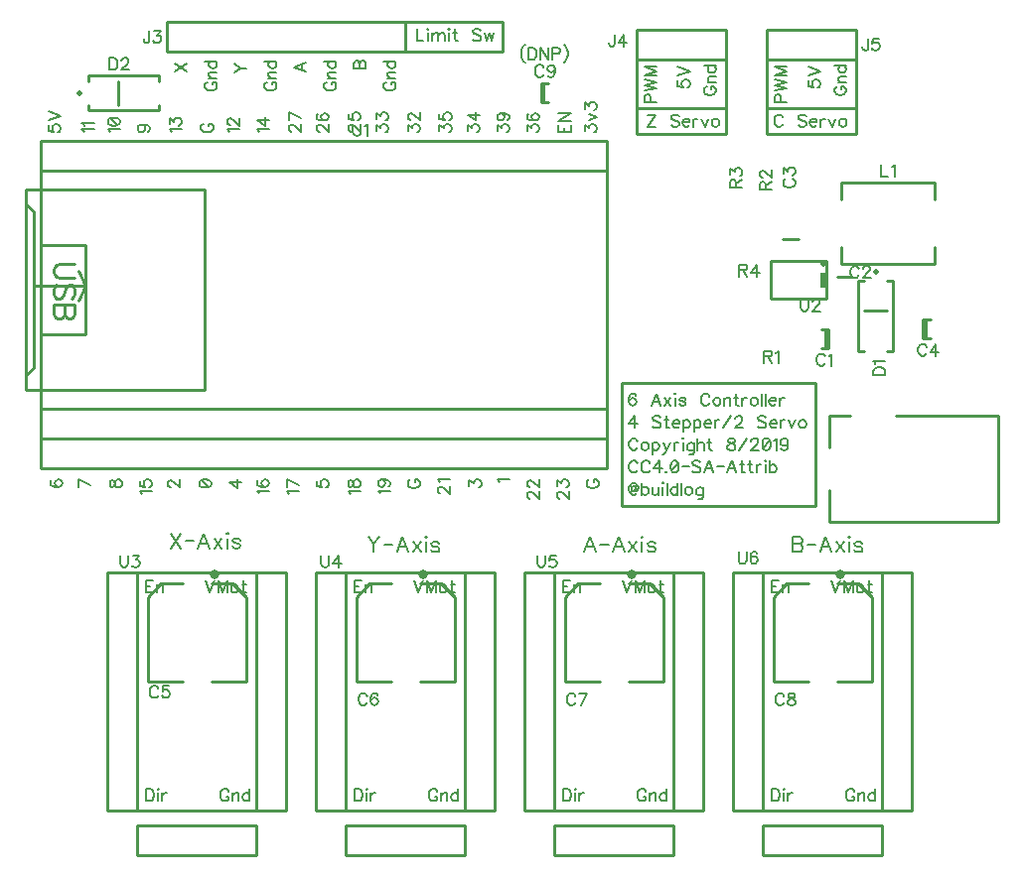
<source format=gbr>
G04 DipTrace 3.3.1.3*
G04 TopSilk.gbr*
%MOIN*%
G04 #@! TF.FileFunction,Legend,Top*
G04 #@! TF.Part,Single*
%ADD10C,0.009843*%
%ADD22C,0.031482*%
%ADD26C,0.019677*%
%ADD43C,0.019692*%
%ADD46C,0.019695*%
%ADD106C,0.006176*%
%ADD107C,0.00772*%
%ADD109C,0.010807*%
%FSLAX26Y26*%
G04*
G70*
G90*
G75*
G01*
G04 TopSilk*
%LPD*%
X1158701Y1312869D2*
D10*
Y1027625D1*
X1113821Y1357795D2*
X1158701Y1312869D1*
X828701D2*
Y1027625D1*
X873581Y1357795D2*
X828701Y1312869D1*
X1040957Y1357795D2*
X1113821D1*
X873581D2*
X946445D1*
X1040957Y1027625D2*
X1158701D1*
X828701D2*
X946445D1*
D22*
X1052738Y1389566D3*
X1858701Y1312869D2*
D10*
Y1027625D1*
X1813821Y1357795D2*
X1858701Y1312869D1*
X1528701D2*
Y1027625D1*
X1573581Y1357795D2*
X1528701Y1312869D1*
X1740957Y1357795D2*
X1813821D1*
X1573581D2*
X1646445D1*
X1740957Y1027625D2*
X1858701D1*
X1528701D2*
X1646445D1*
D22*
X1752738Y1389566D3*
X2558701Y1312869D2*
D10*
Y1027625D1*
X2513821Y1357795D2*
X2558701Y1312869D1*
X2228701D2*
Y1027625D1*
X2273581Y1357795D2*
X2228701Y1312869D1*
X2440957Y1357795D2*
X2513821D1*
X2273581D2*
X2346445D1*
X2440957Y1027625D2*
X2558701D1*
X2228701D2*
X2346445D1*
D22*
X2452738Y1389566D3*
X3141839Y2389614D2*
D10*
X3192980D1*
X3103622Y2210719D2*
Y2147790D1*
X3111071Y2210719D2*
Y2147790D1*
Y2210719D2*
X3087512D1*
X3111071Y2147790D2*
X3087512D1*
X3010980Y2514895D2*
X2959839D1*
X3438218Y2181024D2*
Y2243953D1*
X3430769Y2181024D2*
Y2243953D1*
Y2181024D2*
X3454328D1*
X3430769Y2243953D2*
X3454328D1*
X3258701Y1312869D2*
Y1027625D1*
X3213821Y1357795D2*
X3258701Y1312869D1*
X2928701D2*
Y1027625D1*
X2973581Y1357795D2*
X2928701Y1312869D1*
X3140957Y1357795D2*
X3213821D1*
X2973581D2*
X3046445D1*
X3140957Y1027625D2*
X3258701D1*
X2928701D2*
X3046445D1*
D22*
X3152738Y1389566D3*
X3310776Y2374634D2*
D10*
X3330465D1*
Y2138409D1*
X3310776D1*
X3232043Y2374634D2*
X3212354D1*
Y2138409D1*
X3232043D1*
X3310776Y2276188D2*
X3232043D1*
D26*
X3271409Y2404147D3*
X3293701Y443701D2*
D10*
Y543701D1*
X2893701Y443701D2*
X3293701D1*
X2893701Y543701D2*
X3293701D1*
X2893701Y443701D2*
Y543701D1*
X2468720Y3218706D2*
X2768682D1*
Y3118701D1*
X2468720D1*
Y3218706D1*
X893701Y3243701D2*
X1693701D1*
X893701Y3143701D2*
Y3243701D1*
Y3143701D2*
X1693701D1*
Y3243701D1*
X1193701Y443701D2*
Y543701D1*
X793701Y443701D2*
X1193701D1*
X793701Y543701D2*
X1193701D1*
X793701Y443701D2*
Y543701D1*
X1994401Y1843701D2*
X2002001D1*
X542801D2*
X2368701D1*
X468701D2*
X542801D1*
X468701Y1743701D2*
Y1843701D1*
Y1743701D2*
X2368701D1*
Y1843701D1*
X2906220Y3218706D2*
X3206182D1*
Y3118701D1*
X2906220D1*
Y3218706D1*
X1893701Y443701D2*
Y543701D1*
X1493701Y443701D2*
X1893701D1*
X1493701Y543701D2*
X1893701D1*
X1493701Y443701D2*
Y543701D1*
X2593701Y443701D2*
Y543701D1*
X2193701Y443701D2*
X2593701D1*
X2193701Y543701D2*
X2593701D1*
X2193701Y443701D2*
Y543701D1*
X3338605Y1920886D2*
X3683071D1*
Y1566543D1*
X3679135D1*
X3683071D2*
X3116137D1*
Y1672838D1*
Y1814551D2*
Y1920886D1*
X3185065D1*
X419291Y2633447D2*
X444311Y2608472D1*
X419291Y2683465D2*
X1019291D1*
Y2008465D1*
X419291D1*
Y2683465D1*
X444311Y2608472D2*
Y2083457D1*
X419291Y2058482D1*
X444311Y2358452D2*
X619271D1*
X594311Y2408470D1*
X619271Y2358452D2*
X594311Y2308435D1*
X3154320Y2647437D2*
Y2706496D1*
X3469287D1*
Y2647437D1*
Y2489965D2*
Y2430906D1*
X3154320D1*
Y2489965D1*
X693701Y1393701D2*
X793721D1*
Y593701D1*
X693701D1*
Y1393701D1*
X1193681D2*
X1293701D1*
Y593701D1*
X1193681D1*
Y1393701D1*
X793721D2*
X1193681D1*
Y593701D1*
X793721D1*
Y1393701D1*
X1393701D2*
X1493721D1*
Y593701D1*
X1393701D1*
Y1393701D1*
X1893681D2*
X1993701D1*
Y593701D1*
X1893681D1*
Y1393701D1*
X1493721D2*
X1893681D1*
Y593701D1*
X1493721D1*
Y1393701D1*
X2093701D2*
X2193721D1*
Y593701D1*
X2093701D1*
Y1393701D1*
X2593681D2*
X2693701D1*
Y593701D1*
X2593681D1*
Y1393701D1*
X2193721D2*
X2593681D1*
Y593701D1*
X2193721D1*
Y1393701D1*
X3107147Y2313895D2*
X2920139D1*
Y2441852D1*
X3107147D1*
Y2313895D1*
D43*
X3097301Y2431999D3*
G36*
X3107147Y2353249D2*
X3087455D1*
Y2402470D1*
X3107147D1*
Y2353249D1*
G37*
X2793701Y1393701D2*
D10*
X2893721D1*
Y593701D1*
X2793701D1*
Y1393701D1*
X3293681D2*
X3393701D1*
Y593701D1*
X3293681D1*
Y1393701D1*
X2893721D2*
X3293681D1*
Y593701D1*
X2893721D1*
Y1393701D1*
X2368717Y2843701D2*
X468701D1*
Y1843701D1*
X2368717D1*
Y2843701D1*
Y2743701D2*
X468701D1*
X2368717Y1943701D2*
X468701D1*
X2369146Y2659801D2*
D3*
X618601Y2493701D2*
X468701D1*
Y2193701D1*
X618601D1*
Y2493701D1*
X629322Y3045567D2*
Y3065256D1*
X865546D1*
Y3045567D1*
X629322Y2966835D2*
Y2947146D1*
X865546D1*
Y2966835D1*
X727768Y3045567D2*
Y2966835D1*
D46*
X599808Y3006201D3*
X2156988Y2974736D2*
D10*
Y3037665D1*
X2149539Y2974736D2*
Y3037665D1*
Y2974736D2*
X2173098D1*
X2149539Y3037665D2*
X2173098D1*
X2468701Y3118701D2*
X2768701D1*
Y2868701D1*
X2468701D1*
Y3118701D1*
Y2956201D2*
X2768701D1*
Y2868701D1*
X2468701D1*
Y2956201D1*
X2906201Y3118701D2*
X3206201D1*
Y2868701D1*
X2906201D1*
Y3118701D1*
Y2956201D2*
X3206201D1*
Y2868701D1*
X2906201D1*
Y2956201D1*
X2418701Y2031201D2*
X3068701D1*
Y1618701D1*
X2418701D1*
Y2031201D1*
X1693701Y3243701D2*
X2018701D1*
Y3143701D1*
X1693701D1*
Y3243701D1*
X863476Y1004343D2*
D106*
X861574Y1008145D1*
X857728Y1011992D1*
X853925Y1013893D1*
X846276D1*
X842429Y1011992D1*
X838627Y1008145D1*
X836681Y1004343D1*
X834780Y998595D1*
Y989000D1*
X836681Y983296D1*
X838627Y979449D1*
X842429Y975647D1*
X846276Y973701D1*
X853925D1*
X857728Y975647D1*
X861574Y979449D1*
X863476Y983296D1*
X898775Y1013849D2*
X879674D1*
X877773Y996649D1*
X879674Y998551D1*
X885422Y1000496D1*
X891126D1*
X896874Y998551D1*
X900721Y994748D1*
X902622Y989000D1*
Y985197D1*
X900721Y979449D1*
X896874Y975603D1*
X891126Y973701D1*
X885422D1*
X879674Y975603D1*
X877773Y977548D1*
X875827Y981351D1*
X1564448Y979343D2*
X1562547Y983145D1*
X1558700Y986992D1*
X1554898Y988893D1*
X1547249D1*
X1543402Y986992D1*
X1539599Y983145D1*
X1537654Y979343D1*
X1535753Y973595D1*
Y964000D1*
X1537654Y958296D1*
X1539599Y954449D1*
X1543402Y950647D1*
X1547249Y948701D1*
X1554898D1*
X1558700Y950647D1*
X1562547Y954449D1*
X1564448Y958296D1*
X1599748Y983145D2*
X1597847Y986948D1*
X1592098Y988849D1*
X1588296D1*
X1582548Y986948D1*
X1578701Y981200D1*
X1576800Y971649D1*
Y962099D1*
X1578701Y954449D1*
X1582548Y950603D1*
X1588296Y948701D1*
X1590197D1*
X1595901Y950603D1*
X1599748Y954449D1*
X1601649Y960197D1*
Y962099D1*
X1599748Y967847D1*
X1595901Y971649D1*
X1590197Y973551D1*
X1588296D1*
X1582548Y971649D1*
X1578701Y967847D1*
X1576800Y962099D1*
X2263476Y979343D2*
X2261574Y983145D1*
X2257728Y986992D1*
X2253925Y988893D1*
X2246276D1*
X2242429Y986992D1*
X2238627Y983145D1*
X2236681Y979343D1*
X2234780Y973595D1*
Y964000D1*
X2236681Y958296D1*
X2238627Y954449D1*
X2242429Y950647D1*
X2246276Y948701D1*
X2253925D1*
X2257728Y950647D1*
X2261574Y954449D1*
X2263476Y958296D1*
X2283476Y948701D2*
X2302622Y988849D1*
X2275827D1*
X3215406Y2415265D2*
X3213505Y2419068D1*
X3209658Y2422915D1*
X3205856Y2424816D1*
X3198206D1*
X3194360Y2422915D1*
X3190557Y2419068D1*
X3188612Y2415265D1*
X3186710Y2409517D1*
Y2399923D1*
X3188612Y2394219D1*
X3190557Y2390372D1*
X3194360Y2386569D1*
X3198206Y2384624D1*
X3205856D1*
X3209658Y2386569D1*
X3213505Y2390372D1*
X3215406Y2394219D1*
X3229703Y2415221D2*
Y2417122D1*
X3231604Y2420969D1*
X3233506Y2422871D1*
X3237352Y2424772D1*
X3245002D1*
X3248804Y2422871D1*
X3250705Y2420969D1*
X3252651Y2417122D1*
Y2413320D1*
X3250705Y2409473D1*
X3246903Y2403769D1*
X3227758Y2384624D1*
X3254552D1*
X3102166Y2120216D2*
X3100265Y2124018D1*
X3096418Y2127865D1*
X3092616Y2129766D1*
X3084966D1*
X3081120Y2127865D1*
X3077317Y2124018D1*
X3075372Y2120216D1*
X3073470Y2114468D1*
Y2104873D1*
X3075372Y2099169D1*
X3077317Y2095322D1*
X3081120Y2091520D1*
X3084966Y2089574D1*
X3092616D1*
X3096418Y2091520D1*
X3100265Y2095322D1*
X3102166Y2099169D1*
X3114518Y2122073D2*
X3118364Y2124018D1*
X3124112Y2129722D1*
Y2089574D1*
X2970590Y2717547D2*
X2966788Y2715645D1*
X2962941Y2711799D1*
X2961040Y2707996D1*
Y2700347D1*
X2962941Y2696500D1*
X2966788Y2692698D1*
X2970590Y2690752D1*
X2976338Y2688851D1*
X2985933D1*
X2991637Y2690752D1*
X2995484Y2692698D1*
X2999286Y2696500D1*
X3001232Y2700347D1*
Y2707996D1*
X2999286Y2711799D1*
X2995484Y2715645D1*
X2991637Y2717547D1*
X2961084Y2733745D2*
Y2754747D1*
X2976383Y2743295D1*
Y2749043D1*
X2978284Y2752846D1*
X2980185Y2754747D1*
X2985933Y2756693D1*
X2989736D1*
X2995484Y2754747D1*
X2999330Y2750945D1*
X3001232Y2745197D1*
Y2739449D1*
X2999330Y2733745D1*
X2997385Y2731843D1*
X2993582Y2729898D1*
X3442624Y2153198D2*
X3440722Y2157001D1*
X3436875Y2160848D1*
X3433073Y2162749D1*
X3425424D1*
X3421577Y2160848D1*
X3417774Y2157001D1*
X3415829Y2153198D1*
X3413928Y2147450D1*
Y2137856D1*
X3415829Y2132152D1*
X3417774Y2128305D1*
X3421577Y2124503D1*
X3425424Y2122557D1*
X3433073D1*
X3436875Y2124503D1*
X3440722Y2128305D1*
X3442624Y2132152D1*
X3474120Y2122557D2*
Y2162705D1*
X3454975Y2135954D1*
X3483671D1*
X2963498Y979343D2*
X2961597Y983145D1*
X2957750Y986992D1*
X2953947Y988893D1*
X2946298D1*
X2942451Y986992D1*
X2938649Y983145D1*
X2936703Y979343D1*
X2934802Y973595D1*
Y964000D1*
X2936703Y958296D1*
X2938649Y954449D1*
X2942451Y950647D1*
X2946298Y948701D1*
X2953947D1*
X2957750Y950647D1*
X2961597Y954449D1*
X2963498Y958296D1*
X2985400Y988849D2*
X2979696Y986948D1*
X2977751Y983145D1*
Y979299D1*
X2979696Y975496D1*
X2983499Y973551D1*
X2991148Y971649D1*
X2996896Y969748D1*
X3000698Y965901D1*
X3002600Y962099D1*
Y956351D1*
X3000698Y952548D1*
X2998797Y950603D1*
X2993049Y948701D1*
X2985400D1*
X2979696Y950603D1*
X2977751Y952548D1*
X2975849Y956351D1*
Y962099D1*
X2977751Y965901D1*
X2981597Y969748D1*
X2987301Y971649D1*
X2994950Y973551D1*
X2998797Y975496D1*
X3000698Y979299D1*
Y983145D1*
X2998797Y986948D1*
X2993049Y988849D1*
X2985400D1*
X3262767Y2057647D2*
X3302959D1*
Y2071044D1*
X3301013Y2076792D1*
X3297211Y2080639D1*
X3293364Y2082540D1*
X3287660Y2084441D1*
X3278065D1*
X3272317Y2082540D1*
X3268515Y2080639D1*
X3264668Y2076792D1*
X3262767Y2071044D1*
Y2057647D1*
X3270460Y2096793D2*
X3268515Y2100640D1*
X3262811Y2106388D1*
X3302959D1*
X2395250Y3202279D2*
Y3171682D1*
X2393349Y3165934D1*
X2391403Y3164033D1*
X2387600Y3162087D1*
X2383754D1*
X2379951Y3164033D1*
X2378050Y3165934D1*
X2376104Y3171682D1*
Y3175485D1*
X2426747Y3162087D2*
Y3202235D1*
X2407601Y3175485D1*
X2436297D1*
X833700Y3214779D2*
Y3184182D1*
X831799Y3178434D1*
X829854Y3176533D1*
X826051Y3174587D1*
X822204D1*
X818402Y3176533D1*
X816501Y3178434D1*
X814555Y3184182D1*
Y3187985D1*
X849899Y3214735D2*
X870901D1*
X859449Y3199436D1*
X865197D1*
X869000Y3197535D1*
X870901Y3195634D1*
X872847Y3189886D1*
Y3186083D1*
X870901Y3180335D1*
X867098Y3176489D1*
X861350Y3174587D1*
X855602D1*
X849899Y3176489D1*
X847997Y3178434D1*
X846052Y3182237D1*
X3246200Y3189779D2*
Y3159182D1*
X3244299Y3153434D1*
X3242354Y3151533D1*
X3238551Y3149587D1*
X3234704D1*
X3230902Y3151533D1*
X3229001Y3153434D1*
X3227055Y3159182D1*
Y3162985D1*
X3281500Y3189735D2*
X3262399D1*
X3260497Y3172535D1*
X3262399Y3174436D1*
X3268147Y3176382D1*
X3273850D1*
X3279598Y3174436D1*
X3283445Y3170634D1*
X3285347Y3164886D1*
Y3161083D1*
X3283445Y3155335D1*
X3279598Y3151489D1*
X3273850Y3149587D1*
X3268147D1*
X3262399Y3151489D1*
X3260497Y3153434D1*
X3258552Y3157237D1*
X3290348Y2765075D2*
Y2724883D1*
X3313296D1*
X3325648Y2757381D2*
X3329494Y2759326D1*
X3335242Y2765030D1*
Y2724883D1*
X2896691Y2120715D2*
X2913891D1*
X2919639Y2122661D1*
X2921585Y2124562D1*
X2923486Y2128365D1*
Y2132211D1*
X2921585Y2136014D1*
X2919639Y2137959D1*
X2913891Y2139861D1*
X2896691D1*
Y2099669D1*
X2910089Y2120715D2*
X2923486Y2099669D1*
X2935837Y2132167D2*
X2939684Y2134113D1*
X2945432Y2139816D1*
Y2099669D1*
X2901449Y2681186D2*
Y2698386D1*
X2899503Y2704134D1*
X2897602Y2706079D1*
X2893800Y2707981D1*
X2889953D1*
X2886150Y2706079D1*
X2884205Y2704134D1*
X2882303Y2698386D1*
Y2681186D1*
X2922495D1*
X2901449Y2694583D2*
X2922495Y2707981D1*
X2891898Y2722277D2*
X2889997D1*
X2886150Y2724179D1*
X2884249Y2726080D1*
X2882348Y2729927D1*
Y2737576D1*
X2884249Y2741379D1*
X2886150Y2743280D1*
X2889997Y2745225D1*
X2893800D1*
X2897646Y2743280D1*
X2903350Y2739477D1*
X2922495Y2720332D1*
Y2747127D1*
X2801949Y2688883D2*
Y2706083D1*
X2800003Y2711831D1*
X2798102Y2713776D1*
X2794300Y2715677D1*
X2790453D1*
X2786650Y2713776D1*
X2784705Y2711831D1*
X2782803Y2706083D1*
Y2688883D1*
X2822995D1*
X2801949Y2702280D2*
X2822995Y2715677D1*
X2782848Y2731876D2*
Y2752878D1*
X2798146Y2741426D1*
Y2747174D1*
X2800048Y2750977D1*
X2801949Y2752878D1*
X2807697Y2754823D1*
X2811499D1*
X2817247Y2752878D1*
X2821094Y2749075D1*
X2822995Y2743327D1*
Y2737579D1*
X2821094Y2731875D1*
X2819149Y2729974D1*
X2815346Y2728029D1*
X2813139Y2410466D2*
X2830339D1*
X2836087Y2412411D1*
X2838033Y2414313D1*
X2839934Y2418115D1*
Y2421962D1*
X2838033Y2425765D1*
X2836087Y2427710D1*
X2830339Y2429611D1*
X2813139D1*
Y2389419D1*
X2826537Y2410466D2*
X2839934Y2389419D1*
X2871431D2*
Y2429567D1*
X2852285Y2402817D1*
X2880981D1*
X735730Y1452279D2*
Y1423583D1*
X737632Y1417835D1*
X741478Y1414033D1*
X747226Y1412087D1*
X751029D1*
X756777Y1414033D1*
X760624Y1417835D1*
X762525Y1423583D1*
Y1452279D1*
X778723Y1452235D2*
X799726D1*
X788274Y1436936D1*
X794022D1*
X797824Y1435035D1*
X799726Y1433134D1*
X801671Y1427386D1*
Y1423583D1*
X799726Y1417835D1*
X795923Y1413989D1*
X790175Y1412087D1*
X784427D1*
X778723Y1413989D1*
X776822Y1415934D1*
X774876Y1419737D1*
X1409780Y1452279D2*
Y1423583D1*
X1411681Y1417835D1*
X1415528Y1414033D1*
X1421276Y1412087D1*
X1425078D1*
X1430826Y1414033D1*
X1434673Y1417835D1*
X1436574Y1423583D1*
Y1452279D1*
X1468071Y1412087D2*
Y1452235D1*
X1448926Y1425485D1*
X1477622D1*
X2135730Y1452279D2*
Y1423583D1*
X2137632Y1417835D1*
X2141478Y1414033D1*
X2147226Y1412087D1*
X2151029D1*
X2156777Y1414033D1*
X2160624Y1417835D1*
X2162525Y1423583D1*
Y1452279D1*
X2197824Y1452235D2*
X2178723D1*
X2176822Y1435035D1*
X2178723Y1436936D1*
X2184471Y1438882D1*
X2190175D1*
X2195923Y1436936D1*
X2199770Y1433134D1*
X2201671Y1427386D1*
Y1423583D1*
X2199770Y1417835D1*
X2195923Y1413989D1*
X2190175Y1412087D1*
X2184471D1*
X2178723Y1413989D1*
X2176822Y1415934D1*
X2174876Y1419737D1*
X3018938Y2313557D2*
Y2284862D1*
X3020839Y2279113D1*
X3024686Y2275311D1*
X3030434Y2273365D1*
X3034236D1*
X3039984Y2275311D1*
X3043831Y2279113D1*
X3045732Y2284862D1*
Y2313557D1*
X3060029Y2303963D2*
Y2305864D1*
X3061931Y2309711D1*
X3063832Y2311612D1*
X3067679Y2313513D1*
X3075328D1*
X3079130Y2311612D1*
X3081032Y2309711D1*
X3082977Y2305864D1*
Y2302061D1*
X3081032Y2298215D1*
X3077229Y2292511D1*
X3058084Y2273365D1*
X3084879D1*
X2811703Y1464779D2*
Y1436083D1*
X2813604Y1430335D1*
X2817451Y1426533D1*
X2823199Y1424587D1*
X2827002D1*
X2832750Y1426533D1*
X2836597Y1430335D1*
X2838498Y1436083D1*
Y1464779D1*
X2873797Y1459031D2*
X2871896Y1462834D1*
X2866148Y1464735D1*
X2862345D1*
X2856597Y1462834D1*
X2852751Y1457086D1*
X2850849Y1447535D1*
Y1437985D1*
X2852751Y1430335D1*
X2856597Y1426489D1*
X2862345Y1424587D1*
X2864247D1*
X2869950Y1426489D1*
X2873797Y1430335D1*
X2875698Y1436083D1*
Y1437985D1*
X2873797Y1443733D1*
X2869950Y1447535D1*
X2864247Y1449436D1*
X2862345D1*
X2856597Y1447535D1*
X2852751Y1443733D1*
X2850849Y1437985D1*
X1516574Y2902279D2*
Y2873583D1*
X1518476Y2867835D1*
X1522322Y2864033D1*
X1528071Y2862087D1*
X1531873D1*
X1537621Y2864033D1*
X1541468Y2867835D1*
X1543369Y2873583D1*
Y2902279D1*
X1555721Y2894586D2*
X1559567Y2896531D1*
X1565315Y2902235D1*
Y2862087D1*
X699707Y3123834D2*
Y3083642D1*
X713104D1*
X718852Y3085588D1*
X722699Y3089390D1*
X724600Y3093237D1*
X726501Y3098941D1*
Y3108536D1*
X724600Y3114284D1*
X722699Y3118086D1*
X718852Y3121933D1*
X713104Y3123834D1*
X699707D1*
X740798Y3114240D2*
Y3116141D1*
X742700Y3119988D1*
X744601Y3121889D1*
X748448Y3123790D1*
X756097D1*
X759900Y3121889D1*
X761801Y3119988D1*
X763746Y3116141D1*
Y3112338D1*
X761801Y3108492D1*
X757998Y3102788D1*
X738853Y3083642D1*
X765648D1*
X2157044Y3090662D2*
X2155143Y3094464D1*
X2151296Y3098311D1*
X2147494Y3100212D1*
X2139845D1*
X2135998Y3098311D1*
X2132195Y3094464D1*
X2130250Y3090662D1*
X2128349Y3084914D1*
Y3075319D1*
X2130250Y3069615D1*
X2132195Y3065768D1*
X2135998Y3061966D1*
X2139845Y3060020D1*
X2147494D1*
X2151296Y3061966D1*
X2155143Y3065768D1*
X2157044Y3069615D1*
X2194289Y3086815D2*
X2192344Y3081067D1*
X2188541Y3077220D1*
X2182793Y3075319D1*
X2180892D1*
X2175144Y3077220D1*
X2171341Y3081067D1*
X2169396Y3086815D1*
Y3088716D1*
X2171341Y3094464D1*
X2175144Y3098267D1*
X2180892Y3100168D1*
X2182793D1*
X2188541Y3098267D1*
X2192344Y3094464D1*
X2194289Y3086815D1*
Y3077220D1*
X2192344Y3067670D1*
X2188541Y3061922D1*
X2182793Y3060020D1*
X2178991D1*
X2173243Y3061922D1*
X2171341Y3065768D1*
X1119892Y3073887D2*
X1139038Y3089186D1*
X1160084D1*
X1119892Y3104484D2*
X1139038Y3089186D1*
X919892Y3077690D2*
X960084Y3104485D1*
X919892D2*
X960084Y3077690D1*
X1029443Y3043154D2*
X1025640Y3041253D1*
X1021794Y3037406D1*
X1019892Y3033603D1*
Y3025954D1*
X1021794Y3022107D1*
X1025640Y3018305D1*
X1029443Y3016359D1*
X1035191Y3014458D1*
X1044786D1*
X1050490Y3016359D1*
X1054336Y3018305D1*
X1058139Y3022107D1*
X1060084Y3025954D1*
Y3033603D1*
X1058139Y3037406D1*
X1054336Y3041253D1*
X1050490Y3043154D1*
X1044786D1*
Y3033603D1*
X1033290Y3055505D2*
X1060084D1*
X1040939D2*
X1035191Y3061253D1*
X1033290Y3065100D1*
Y3070804D1*
X1035191Y3074651D1*
X1040939Y3076552D1*
X1060084D1*
X1019892Y3111851D2*
X1060084D1*
X1039038D2*
X1035191Y3108049D1*
X1033290Y3104202D1*
Y3098454D1*
X1035191Y3094651D1*
X1039038Y3090805D1*
X1044786Y3088903D1*
X1048588D1*
X1054336Y3090805D1*
X1058139Y3094651D1*
X1060084Y3098454D1*
Y3104202D1*
X1058139Y3108049D1*
X1054336Y3111851D1*
X1519892Y3087020D2*
X1560084D1*
Y3104264D1*
X1558139Y3110012D1*
X1556238Y3111913D1*
X1552435Y3113814D1*
X1546687D1*
X1542840Y3111913D1*
X1540939Y3110012D1*
X1539038Y3104264D1*
X1537092Y3110012D1*
X1535191Y3111913D1*
X1531389Y3113814D1*
X1527542D1*
X1523739Y3111913D1*
X1521794Y3110012D1*
X1519892Y3104264D1*
Y3087020D1*
X1539038D2*
Y3104264D1*
X1360084Y3108332D2*
X1319892Y3092989D1*
X1360084Y3077690D1*
X1346687Y3083438D2*
Y3102584D1*
X905296Y1526745D2*
D107*
X938789Y1476505D1*
Y1526745D2*
X905296Y1476505D1*
X954228Y1501597D2*
X981863D1*
X1035604Y1476505D2*
X1016425Y1526745D1*
X997302Y1476505D1*
X1004487Y1493251D2*
X1028419D1*
X1051043Y1509998D2*
X1077351Y1476505D1*
Y1509998D2*
X1051043Y1476505D1*
X1092791Y1526745D2*
X1095167Y1524368D1*
X1097599Y1526745D1*
X1095167Y1529177D1*
X1092791Y1526745D1*
X1095167Y1509998D2*
Y1476505D1*
X1139347Y1502813D2*
X1136970Y1507621D1*
X1129785Y1509998D1*
X1122600D1*
X1115415Y1507621D1*
X1113038Y1502813D1*
X1115415Y1498060D1*
X1120223Y1495628D1*
X1132162Y1493251D1*
X1136970Y1490875D1*
X1139347Y1486066D1*
Y1483690D1*
X1136970Y1478937D1*
X1129785Y1476505D1*
X1122600D1*
X1115415Y1478937D1*
X1113038Y1483690D1*
X2331097Y1464005D2*
X2311919Y1514245D1*
X2292796Y1464005D1*
X2299981Y1480751D2*
X2323912D1*
X2346537Y1489097D2*
X2374171D1*
X2427912Y1464005D2*
X2408734Y1514245D1*
X2389611Y1464005D1*
X2396796Y1480751D2*
X2420727D1*
X2443352Y1497498D2*
X2469660Y1464005D1*
Y1497498D2*
X2443352Y1464005D1*
X2485099Y1514245D2*
X2487476Y1511868D1*
X2489908Y1514245D1*
X2487476Y1516677D1*
X2485099Y1514245D1*
X2487476Y1497498D2*
Y1464005D1*
X2531655Y1490313D2*
X2529279Y1495121D1*
X2522093Y1497498D1*
X2514908D1*
X2507723Y1495121D1*
X2505347Y1490313D1*
X2507723Y1485560D1*
X2512532Y1483128D1*
X2524470Y1480751D1*
X2529279Y1478375D1*
X2531655Y1473566D1*
Y1471190D1*
X2529279Y1466437D1*
X2522093Y1464005D1*
X2514908D1*
X2507723Y1466437D1*
X2505347Y1471190D1*
X1567796Y1514245D2*
X1586919Y1490313D1*
Y1464005D1*
X1606042Y1514245D2*
X1586919Y1490313D1*
X1621481Y1489097D2*
X1649116D1*
X1702857Y1464005D2*
X1683679Y1514245D1*
X1664555Y1464005D1*
X1671740Y1480751D2*
X1695672D1*
X1718296Y1497498D2*
X1744605Y1464005D1*
Y1497498D2*
X1718296Y1464005D1*
X1760044Y1514245D2*
X1762420Y1511868D1*
X1764852Y1514245D1*
X1762420Y1516677D1*
X1760044Y1514245D1*
X1762420Y1497498D2*
Y1464005D1*
X1806600Y1490313D2*
X1804223Y1495121D1*
X1797038Y1497498D1*
X1789853D1*
X1782668Y1495121D1*
X1780292Y1490313D1*
X1782668Y1485560D1*
X1787477Y1483128D1*
X1799415Y1480751D1*
X1804223Y1478375D1*
X1806600Y1473566D1*
Y1471190D1*
X1804223Y1466437D1*
X1797038Y1464005D1*
X1789853D1*
X1782668Y1466437D1*
X1780292Y1471190D1*
X494937Y2897468D2*
D106*
Y2878366D1*
X512137Y2876465D1*
X510235Y2878366D1*
X508290Y2884115D1*
Y2889818D1*
X510235Y2895566D1*
X514038Y2899413D1*
X519786Y2901314D1*
X523588D1*
X529336Y2899413D1*
X533183Y2895566D1*
X535084Y2889818D1*
Y2884114D1*
X533183Y2878366D1*
X531238Y2876465D1*
X527435Y2874520D1*
X494892Y2913666D2*
X535084Y2928964D1*
X494892Y2944263D1*
X615086Y2874520D2*
X613140Y2878366D1*
X607437Y2884115D1*
X647584Y2884114D1*
X615086Y2896466D2*
X613140Y2900313D1*
X607437Y2906061D1*
X647584D1*
X702586Y2874520D2*
X700640Y2878366D1*
X694937Y2884115D1*
X735084Y2884114D1*
X694937Y2907962D2*
X696838Y2902214D1*
X702586Y2898367D1*
X712137Y2896466D1*
X717885D1*
X727435Y2898367D1*
X733183Y2902214D1*
X735084Y2907962D1*
Y2911764D1*
X733183Y2917512D1*
X727435Y2921315D1*
X717885Y2923261D1*
X712137D1*
X702586Y2921315D1*
X696838Y2917513D1*
X694937Y2911764D1*
Y2907962D1*
X702586Y2921315D2*
X727435Y2898367D1*
X808290Y2899413D2*
X814038Y2897468D1*
X817885Y2893665D1*
X819786Y2887917D1*
Y2886016D1*
X817885Y2880268D1*
X814038Y2876465D1*
X808290Y2874520D1*
X806388D1*
X800640Y2876465D1*
X796838Y2880268D1*
X794937Y2886016D1*
Y2887917D1*
X796838Y2893665D1*
X800640Y2897468D1*
X808290Y2899413D1*
X817885D1*
X827435Y2897468D1*
X833183Y2893665D1*
X835084Y2887917D1*
Y2884114D1*
X833183Y2878366D1*
X829336Y2876465D1*
X908835Y2874520D2*
X906890Y2878366D1*
X901186Y2884115D1*
X941334Y2884114D1*
X901186Y2900313D2*
Y2921315D1*
X916485Y2909863D1*
Y2915611D1*
X918386Y2919414D1*
X920287Y2921315D1*
X926035Y2923261D1*
X929838Y2923260D1*
X935586Y2921315D1*
X939433Y2917512D1*
X941334Y2911764D1*
Y2906016D1*
X939433Y2900313D1*
X937487Y2898411D1*
X933685Y2896466D1*
X1016943Y2903216D2*
X1013140Y2901314D1*
X1009294Y2897468D1*
X1007392Y2893665D1*
Y2886016D1*
X1009294Y2882169D1*
X1013140Y2878366D1*
X1016943Y2876421D1*
X1022691Y2874520D1*
X1032286D1*
X1037990Y2876421D1*
X1041836Y2878366D1*
X1045639Y2882169D1*
X1047584Y2886016D1*
Y2893665D1*
X1045639Y2897468D1*
X1041836Y2901314D1*
X1037990Y2903216D1*
X1032286D1*
Y2893665D1*
X1102586Y2874520D2*
X1100640Y2878366D1*
X1094937Y2884115D1*
X1135084Y2884114D1*
X1104487Y2898411D2*
X1102586D1*
X1098739Y2900313D1*
X1096838Y2902214D1*
X1094937Y2906061D1*
Y2913710D1*
X1096838Y2917513D1*
X1098739Y2919414D1*
X1102586Y2921359D1*
X1106389D1*
X1110235Y2919414D1*
X1115939Y2915611D1*
X1135084Y2896466D1*
Y2923260D1*
X1202586Y2874520D2*
X1200640Y2878366D1*
X1194937Y2884115D1*
X1235084Y2884114D1*
Y2915611D2*
X1194937D1*
X1221687Y2896466D1*
Y2925162D1*
X1310738Y2876465D2*
X1308837D1*
X1304990Y2878366D1*
X1303089Y2880268D1*
X1301187Y2884115D1*
Y2891764D1*
X1303089Y2895566D1*
X1304990Y2897468D1*
X1308837Y2899413D1*
X1312639D1*
X1316486Y2897468D1*
X1322190Y2893665D1*
X1341335Y2874520D1*
Y2901314D1*
Y2921315D2*
X1301187Y2940460D1*
Y2913666D1*
X1404487Y2876465D2*
X1402586D1*
X1398739Y2878366D1*
X1396838Y2880268D1*
X1394937Y2884115D1*
Y2891764D1*
X1396838Y2895566D1*
X1398739Y2897468D1*
X1402586Y2899413D1*
X1406389D1*
X1410235Y2897468D1*
X1415939Y2893665D1*
X1435084Y2874520D1*
Y2901314D1*
X1400641Y2936614D2*
X1396838Y2934712D1*
X1394937Y2928964D1*
Y2925162D1*
X1396838Y2919414D1*
X1402586Y2915567D1*
X1412137Y2913666D1*
X1421687D1*
X1429336Y2915567D1*
X1433183Y2919414D1*
X1435084Y2925162D1*
Y2927063D1*
X1433183Y2932767D1*
X1429336Y2936614D1*
X1423588Y2938515D1*
X1421687D1*
X1415939Y2936614D1*
X1412137Y2932767D1*
X1410235Y2927063D1*
Y2925162D1*
X1412137Y2919414D1*
X1415939Y2915567D1*
X1421687Y2913666D1*
X1510737Y2876465D2*
X1508835D1*
X1504989Y2878366D1*
X1503087Y2880268D1*
X1501186Y2884115D1*
Y2891764D1*
X1503087Y2895566D1*
X1504989Y2897468D1*
X1508835Y2899413D1*
X1512638D1*
X1516485Y2897468D1*
X1522188Y2893665D1*
X1541334Y2874520D1*
Y2901314D1*
X1501186Y2936614D2*
Y2917513D1*
X1518386Y2915611D1*
X1516485Y2917512D1*
X1514539Y2923261D1*
Y2928964D1*
X1516485Y2934712D1*
X1520287Y2938559D1*
X1526035Y2940460D1*
X1529838D1*
X1535586Y2938559D1*
X1539433Y2934712D1*
X1541334Y2928964D1*
Y2923260D1*
X1539433Y2917512D1*
X1537487Y2915611D1*
X1533685Y2913666D1*
X1594937Y2878366D2*
Y2899369D1*
X1610235Y2887917D1*
Y2893665D1*
X1612137Y2897468D1*
X1614038Y2899369D1*
X1619786Y2901314D1*
X1623588D1*
X1629336Y2899369D1*
X1633183Y2895566D1*
X1635084Y2889818D1*
Y2884070D1*
X1633183Y2878366D1*
X1631238Y2876465D1*
X1627435Y2874520D1*
X1594937Y2917513D2*
Y2938515D1*
X1610235Y2927063D1*
Y2932811D1*
X1612137Y2936614D1*
X1614038Y2938515D1*
X1619786Y2940460D1*
X1623588D1*
X1629336Y2938515D1*
X1633183Y2934712D1*
X1635084Y2928964D1*
Y2923216D1*
X1633183Y2917512D1*
X1631238Y2915611D1*
X1627435Y2913666D1*
X1701187Y2878366D2*
Y2899369D1*
X1716486Y2887917D1*
Y2893665D1*
X1718387Y2897468D1*
X1720288Y2899369D1*
X1726037Y2901314D1*
X1729839D1*
X1735587Y2899369D1*
X1739434Y2895566D1*
X1741335Y2889818D1*
Y2884070D1*
X1739434Y2878366D1*
X1737488Y2876465D1*
X1733686Y2874520D1*
X1710738Y2915611D2*
X1708837D1*
X1704990Y2917513D1*
X1703089Y2919414D1*
X1701187Y2923261D1*
Y2930910D1*
X1703089Y2934712D1*
X1704990Y2936614D1*
X1708837Y2938559D1*
X1712639D1*
X1716486Y2936614D1*
X1722190Y2932811D1*
X1741335Y2913666D1*
Y2940460D1*
X1807437Y2878366D2*
Y2899369D1*
X1822735Y2887917D1*
Y2893665D1*
X1824637Y2897468D1*
X1826538Y2899369D1*
X1832286Y2901314D1*
X1836088D1*
X1841836Y2899369D1*
X1845683Y2895566D1*
X1847584Y2889818D1*
Y2884070D1*
X1845683Y2878366D1*
X1843738Y2876465D1*
X1839935Y2874520D1*
X1807437Y2936614D2*
Y2917513D1*
X1824637Y2915611D1*
X1822735Y2917512D1*
X1820790Y2923261D1*
Y2928964D1*
X1822735Y2934712D1*
X1826538Y2938559D1*
X1832286Y2940460D1*
X1836088D1*
X1841836Y2938559D1*
X1845683Y2934712D1*
X1847584Y2928964D1*
Y2923260D1*
X1845683Y2917512D1*
X1843738Y2915611D1*
X1839935Y2913666D1*
X1901186Y2878366D2*
Y2899369D1*
X1916485Y2887917D1*
Y2893665D1*
X1918386Y2897468D1*
X1920287Y2899369D1*
X1926035Y2901314D1*
X1929838D1*
X1935586Y2899369D1*
X1939433Y2895566D1*
X1941334Y2889818D1*
Y2884070D1*
X1939433Y2878366D1*
X1937487Y2876465D1*
X1933684Y2874520D1*
X1941334Y2932811D2*
X1901186D1*
X1927936Y2913666D1*
Y2942362D1*
X2001186Y2878366D2*
Y2899369D1*
X2016485Y2887917D1*
Y2893665D1*
X2018386Y2897468D1*
X2020287Y2899369D1*
X2026035Y2901314D1*
X2029838D1*
X2035586Y2899369D1*
X2039433Y2895566D1*
X2041334Y2889818D1*
Y2884070D1*
X2039433Y2878366D1*
X2037487Y2876465D1*
X2033684Y2874520D1*
X2014539Y2938559D2*
X2020287Y2936614D1*
X2024134Y2932811D1*
X2026035Y2927063D1*
Y2925162D1*
X2024134Y2919414D1*
X2020287Y2915611D1*
X2014539Y2913666D1*
X2012638D1*
X2006890Y2915611D1*
X2003087Y2919414D1*
X2001186Y2925162D1*
Y2927063D1*
X2003087Y2932811D1*
X2006890Y2936614D1*
X2014539Y2938559D1*
X2024134D1*
X2033685Y2936614D1*
X2039433Y2932811D1*
X2041334Y2927063D1*
Y2923260D1*
X2039433Y2917512D1*
X2035586Y2915611D1*
X2101187Y2878366D2*
Y2899369D1*
X2116486Y2887917D1*
Y2893665D1*
X2118387Y2897468D1*
X2120288Y2899369D1*
X2126037Y2901314D1*
X2129839D1*
X2135587Y2899369D1*
X2139434Y2895566D1*
X2141335Y2889818D1*
Y2884070D1*
X2139434Y2878366D1*
X2137488Y2876465D1*
X2133686Y2874520D1*
X2106891Y2936614D2*
X2103089Y2934712D1*
X2101187Y2928964D1*
Y2925162D1*
X2103089Y2919414D1*
X2108837Y2915567D1*
X2118387Y2913666D1*
X2127938D1*
X2135587Y2915567D1*
X2139434Y2919414D1*
X2141335Y2925162D1*
Y2927063D1*
X2139434Y2932767D1*
X2135587Y2936614D1*
X2129839Y2938515D1*
X2127938D1*
X2122190Y2936614D1*
X2118387Y2932767D1*
X2116486Y2927063D1*
Y2925162D1*
X2118387Y2919414D1*
X2122190Y2915567D1*
X2127938Y2913666D1*
X2207392Y2899369D2*
Y2874520D1*
X2247584D1*
Y2899369D1*
X2226538Y2874520D2*
Y2889818D1*
X2207392Y2938515D2*
X2247584D1*
X2207392Y2911720D1*
X2247584D1*
X2294937Y2878366D2*
Y2899369D1*
X2310235Y2887917D1*
Y2893665D1*
X2312137Y2897468D1*
X2314038Y2899369D1*
X2319786Y2901314D1*
X2323588D1*
X2329336Y2899369D1*
X2333183Y2895566D1*
X2335084Y2889818D1*
Y2884070D1*
X2333183Y2878366D1*
X2331238Y2876465D1*
X2327435Y2874520D1*
X2308290Y2913666D2*
X2335084Y2925162D1*
X2308290Y2936614D1*
X2294937Y2952812D2*
Y2973814D1*
X2310235Y2962362D1*
Y2968110D1*
X2312137Y2971913D1*
X2314038Y2973814D1*
X2319786Y2975760D1*
X2323588D1*
X2329336Y2973814D1*
X2333183Y2970012D1*
X2335084Y2964264D1*
Y2958516D1*
X2333183Y2952812D1*
X2331238Y2950910D1*
X2327435Y2948965D1*
X506891Y1705359D2*
X503089Y1703457D1*
X501187Y1697709D1*
Y1693907D1*
X503089Y1688159D1*
X508837Y1684312D1*
X518387Y1682411D1*
X527938D1*
X535587Y1684312D1*
X539434Y1688159D1*
X541335Y1693907D1*
Y1695808D1*
X539434Y1701512D1*
X535587Y1705359D1*
X529839Y1707260D1*
X527938D1*
X522190Y1705359D1*
X518387Y1701512D1*
X516486Y1695808D1*
Y1693907D1*
X518387Y1688159D1*
X522190Y1684312D1*
X527938Y1682411D1*
X635084Y1688115D2*
X594937Y1707261D1*
Y1680466D1*
X701186Y1690060D2*
X703087Y1684356D1*
X706890Y1682411D1*
X710737D1*
X714539Y1684356D1*
X716485Y1688159D1*
X718386Y1695808D1*
X720287Y1701556D1*
X724134Y1705358D1*
X727936Y1707260D1*
X733685D1*
X737487Y1705358D1*
X739433Y1703457D1*
X741334Y1697709D1*
Y1690060D1*
X739433Y1684356D1*
X737487Y1682411D1*
X733684Y1680509D1*
X727936D1*
X724134Y1682411D1*
X720287Y1686257D1*
X718386Y1691961D1*
X716485Y1699610D1*
X714539Y1703457D1*
X710737Y1705358D1*
X706890D1*
X703087Y1703457D1*
X701186Y1697709D1*
Y1690060D1*
X808835Y1658520D2*
X806890Y1662366D1*
X801186Y1668115D1*
X841334Y1668114D1*
X801186Y1703414D2*
Y1684313D1*
X818386Y1682411D1*
X816485Y1684313D1*
X814539Y1690061D1*
Y1695764D1*
X816485Y1701512D1*
X820287Y1705359D1*
X826035Y1707261D1*
X829838Y1707260D1*
X835586Y1705359D1*
X839433Y1701512D1*
X841334Y1695764D1*
Y1690061D1*
X839433Y1684313D1*
X837487Y1682411D1*
X833685Y1680466D1*
X904487Y1682411D2*
X902586D1*
X898739Y1684313D1*
X896838Y1686214D1*
X894937Y1690061D1*
Y1697710D1*
X896838Y1701513D1*
X898739Y1703414D1*
X902586Y1705359D1*
X906389D1*
X910235Y1703414D1*
X915939Y1699611D1*
X935084Y1680466D1*
Y1707261D1*
X1001186Y1691962D2*
X1003087Y1686214D1*
X1008835Y1682367D1*
X1018386Y1680466D1*
X1024134D1*
X1033684Y1682367D1*
X1039433Y1686214D1*
X1041334Y1691962D1*
Y1695764D1*
X1039433Y1701512D1*
X1033685Y1705315D1*
X1024134Y1707261D1*
X1018386D1*
X1008835Y1705315D1*
X1003087Y1701513D1*
X1001186Y1695765D1*
Y1691962D1*
X1008835Y1705315D2*
X1033684Y1682367D1*
X1141334Y1697710D2*
X1101186D1*
X1127936Y1678564D1*
Y1707260D1*
X1202586Y1660465D2*
X1200640Y1664311D1*
X1194937Y1670059D1*
X1235084D1*
X1200641Y1705359D2*
X1196838Y1703457D1*
X1194937Y1697709D1*
Y1693907D1*
X1196838Y1688159D1*
X1202586Y1684312D1*
X1212137Y1682411D1*
X1221687D1*
X1229336Y1684312D1*
X1233183Y1688159D1*
X1235084Y1693907D1*
Y1695808D1*
X1233183Y1701512D1*
X1229336Y1705359D1*
X1223588Y1707260D1*
X1221687D1*
X1215939Y1705359D1*
X1212137Y1701512D1*
X1210235Y1695808D1*
Y1693907D1*
X1212137Y1688159D1*
X1215939Y1684312D1*
X1221687Y1682411D1*
X1302586Y1658520D2*
X1300640Y1662366D1*
X1294937Y1668115D1*
X1335084Y1668114D1*
Y1688115D2*
X1294937Y1707261D1*
Y1680466D1*
X1394937Y1703414D2*
Y1684313D1*
X1412137Y1682411D1*
X1410235Y1684313D1*
X1408290Y1690061D1*
Y1695765D1*
X1410235Y1701513D1*
X1414038Y1705359D1*
X1419786Y1707261D1*
X1423588D1*
X1429336Y1705359D1*
X1433183Y1701512D1*
X1435084Y1695764D1*
Y1690061D1*
X1433183Y1684313D1*
X1431238Y1682411D1*
X1427435Y1680466D1*
X1508837Y1658563D2*
X1506891Y1662410D1*
X1501187Y1668158D1*
X1541335D1*
X1501187Y1690060D2*
X1503089Y1684356D1*
X1506891Y1682410D1*
X1510738D1*
X1514540Y1684356D1*
X1516486Y1688158D1*
X1518387Y1695808D1*
X1520288Y1701556D1*
X1524135Y1705358D1*
X1527938Y1707260D1*
X1533686D1*
X1537488Y1705358D1*
X1539434Y1703457D1*
X1541335Y1697709D1*
Y1690060D1*
X1539434Y1684356D1*
X1537488Y1682410D1*
X1533686Y1680509D1*
X1527938D1*
X1524135Y1682410D1*
X1520288Y1686257D1*
X1518387Y1691961D1*
X1516486Y1699610D1*
X1514540Y1703457D1*
X1510738Y1705358D1*
X1506891D1*
X1503089Y1703457D1*
X1501187Y1697709D1*
Y1690060D1*
X1608837Y1660420D2*
X1606891Y1664267D1*
X1601187Y1670015D1*
X1641335D1*
X1614540Y1707260D2*
X1620288Y1705314D1*
X1624135Y1701511D1*
X1626037Y1695763D1*
Y1693862D1*
X1624135Y1688114D1*
X1620288Y1684312D1*
X1614540Y1682366D1*
X1612639D1*
X1606891Y1684312D1*
X1603089Y1688114D1*
X1601187Y1693862D1*
Y1695763D1*
X1603089Y1701512D1*
X1606891Y1705314D1*
X1614540Y1707260D1*
X1624135Y1707259D1*
X1633686Y1705314D1*
X1639434Y1701511D1*
X1641335Y1695763D1*
Y1691961D1*
X1639434Y1686213D1*
X1635587Y1684312D1*
X1710692Y1707260D2*
X1706890Y1705359D1*
X1703043Y1701512D1*
X1701142Y1697710D1*
Y1690060D1*
X1703043Y1686214D1*
X1706890Y1682411D1*
X1710692Y1680466D1*
X1716440Y1678564D1*
X1726035D1*
X1731739Y1680466D1*
X1735586Y1682411D1*
X1739388Y1686214D1*
X1741334Y1690060D1*
Y1697710D1*
X1739388Y1701512D1*
X1735586Y1705359D1*
X1731739Y1707260D1*
X1726035D1*
Y1697710D1*
X1810738Y1660465D2*
X1808837D1*
X1804990Y1662366D1*
X1803089Y1664268D1*
X1801187Y1668115D1*
Y1675764D1*
X1803089Y1679566D1*
X1804990Y1681468D1*
X1808837Y1683413D1*
X1812639D1*
X1816486Y1681468D1*
X1822190Y1677665D1*
X1841335Y1658520D1*
Y1685314D1*
X1808837Y1697666D2*
X1806891Y1701513D1*
X1801187Y1707261D1*
X1841335Y1707260D1*
X1907437Y1684313D2*
Y1705315D1*
X1922735Y1693863D1*
Y1699611D1*
X1924637Y1703414D1*
X1926538Y1705315D1*
X1932286Y1707261D1*
X1936088D1*
X1941836Y1705315D1*
X1945683Y1701512D1*
X1947584Y1695764D1*
Y1690016D1*
X1945683Y1684313D1*
X1943738Y1682411D1*
X1939935Y1680466D1*
X2008835Y1697665D2*
X2006890Y1701512D1*
X2001186Y1707260D1*
X2041334D1*
X2110738Y1643264D2*
X2108837D1*
X2104990Y1645166D1*
X2103089Y1647067D1*
X2101187Y1650914D1*
Y1658563D1*
X2103089Y1662366D1*
X2104990Y1664267D1*
X2108837Y1666212D1*
X2112639D1*
X2116486Y1664267D1*
X2122190Y1660464D1*
X2141335Y1641319D1*
Y1668114D1*
X2110738Y1682410D2*
X2108837D1*
X2104990Y1684312D1*
X2103089Y1686213D1*
X2101187Y1690060D1*
Y1697709D1*
X2103089Y1701512D1*
X2104990Y1703413D1*
X2108837Y1705358D1*
X2112639D1*
X2116486Y1703413D1*
X2122190Y1699610D1*
X2141335Y1680465D1*
Y1707260D1*
X2210738Y1643264D2*
X2208837D1*
X2204990Y1645166D1*
X2203089Y1647067D1*
X2201187Y1650914D1*
Y1658563D1*
X2203089Y1662366D1*
X2204990Y1664267D1*
X2208837Y1666212D1*
X2212639D1*
X2216486Y1664267D1*
X2222190Y1660464D1*
X2241335Y1641319D1*
Y1668114D1*
X2201187Y1684312D2*
Y1705314D1*
X2216486Y1693862D1*
Y1699610D1*
X2218387Y1703413D1*
X2220288Y1705314D1*
X2226037Y1707260D1*
X2229839D1*
X2235587Y1705314D1*
X2239434Y1701512D1*
X2241335Y1695764D1*
Y1690015D1*
X2239434Y1684312D1*
X2237488Y1682410D1*
X2233686Y1680465D1*
X2310692Y1707260D2*
X2306890Y1705359D1*
X2303043Y1701512D1*
X2301142Y1697710D1*
Y1690060D1*
X2303043Y1686214D1*
X2306890Y1682411D1*
X2310692Y1680466D1*
X2316440Y1678564D1*
X2326035D1*
X2331739Y1680466D1*
X2335586Y1682411D1*
X2339388Y1686214D1*
X2341334Y1690060D1*
Y1697710D1*
X2339388Y1701512D1*
X2335586Y1705359D1*
X2331739Y1707260D1*
X2326035D1*
Y1697710D1*
X1731201Y3220723D2*
Y3180531D1*
X1754149D1*
X1766500Y3220723D2*
X1768401Y3218822D1*
X1770347Y3220723D1*
X1768401Y3222669D1*
X1766500Y3220723D1*
X1768401Y3207326D2*
Y3180531D1*
X1782698Y3207326D2*
Y3180531D1*
Y3199676D2*
X1788446Y3205424D1*
X1792293Y3207326D1*
X1797997D1*
X1801844Y3205424D1*
X1803745Y3199676D1*
Y3180531D1*
Y3199676D2*
X1809493Y3205424D1*
X1813340Y3207326D1*
X1819043D1*
X1822890Y3205424D1*
X1824836Y3199676D1*
Y3180531D1*
X1837187Y3220723D2*
X1839088Y3218822D1*
X1841034Y3220723D1*
X1839088Y3222669D1*
X1837187Y3220723D1*
X1839088Y3207326D2*
Y3180531D1*
X1859133Y3220723D2*
Y3188180D1*
X1861035Y3182477D1*
X1864881Y3180531D1*
X1868684D1*
X1853385Y3207326D2*
X1866783D1*
X1946711Y3214975D2*
X1942908Y3218822D1*
X1937160Y3220723D1*
X1929511D1*
X1923763Y3218822D1*
X1919916Y3214975D1*
Y3211172D1*
X1921861Y3207326D1*
X1923763Y3205424D1*
X1927565Y3203523D1*
X1939061Y3199676D1*
X1942908Y3197775D1*
X1944809Y3195830D1*
X1946711Y3192027D1*
Y3186279D1*
X1942908Y3182477D1*
X1937160Y3180531D1*
X1929511D1*
X1923763Y3182477D1*
X1919916Y3186279D1*
X1959062Y3207326D2*
X1966711Y3180531D1*
X1974361Y3207326D1*
X1982010Y3180531D1*
X1989659Y3207326D1*
X2992796Y1514245D2*
D107*
Y1464005D1*
X3014351D1*
X3021536Y1466437D1*
X3023912Y1468813D1*
X3026289Y1473566D1*
Y1480751D1*
X3023912Y1485560D1*
X3021536Y1487936D1*
X3014351Y1490313D1*
X3021536Y1492745D1*
X3023912Y1495121D1*
X3026289Y1499875D1*
Y1504683D1*
X3023912Y1509436D1*
X3021536Y1511868D1*
X3014351Y1514245D1*
X2992796D1*
Y1490313D2*
X3014351D1*
X3041728Y1489097D2*
X3069363D1*
X3123104Y1464005D2*
X3103925Y1514245D1*
X3084802Y1464005D1*
X3091987Y1480751D2*
X3115919D1*
X3138543Y1497498D2*
X3164851Y1464005D1*
Y1497498D2*
X3138543Y1464005D1*
X3180291Y1514245D2*
X3182667Y1511868D1*
X3185099Y1514245D1*
X3182667Y1516677D1*
X3180291Y1514245D1*
X3182667Y1497498D2*
Y1464005D1*
X3226847Y1490313D2*
X3224470Y1495121D1*
X3217285Y1497498D1*
X3210100D1*
X3202915Y1495121D1*
X3200538Y1490313D1*
X3202915Y1485560D1*
X3207723Y1483128D1*
X3219662Y1480751D1*
X3224470Y1478375D1*
X3226847Y1473566D1*
Y1471190D1*
X3224470Y1466437D1*
X3217285Y1464005D1*
X3210100D1*
X3202915Y1466437D1*
X3200538Y1471190D1*
X1229443Y3043154D2*
D106*
X1225640Y3041253D1*
X1221794Y3037406D1*
X1219892Y3033603D1*
Y3025954D1*
X1221794Y3022107D1*
X1225640Y3018305D1*
X1229443Y3016359D1*
X1235191Y3014458D1*
X1244786D1*
X1250490Y3016359D1*
X1254336Y3018305D1*
X1258139Y3022107D1*
X1260084Y3025954D1*
Y3033603D1*
X1258139Y3037406D1*
X1254336Y3041253D1*
X1250490Y3043154D1*
X1244786D1*
Y3033603D1*
X1233290Y3055505D2*
X1260084D1*
X1240939D2*
X1235191Y3061253D1*
X1233290Y3065100D1*
Y3070804D1*
X1235191Y3074651D1*
X1240939Y3076552D1*
X1260084D1*
X1219892Y3111851D2*
X1260084D1*
X1239038D2*
X1235191Y3108049D1*
X1233290Y3104202D1*
Y3098454D1*
X1235191Y3094651D1*
X1239038Y3090805D1*
X1244786Y3088903D1*
X1248588D1*
X1254336Y3090805D1*
X1258139Y3094651D1*
X1260084Y3098454D1*
Y3104202D1*
X1258139Y3108049D1*
X1254336Y3111851D1*
X1429443Y3043154D2*
X1425640Y3041253D1*
X1421794Y3037406D1*
X1419892Y3033603D1*
Y3025954D1*
X1421794Y3022107D1*
X1425640Y3018305D1*
X1429443Y3016359D1*
X1435191Y3014458D1*
X1444786D1*
X1450490Y3016359D1*
X1454336Y3018305D1*
X1458139Y3022107D1*
X1460084Y3025954D1*
Y3033603D1*
X1458139Y3037406D1*
X1454336Y3041253D1*
X1450490Y3043154D1*
X1444786D1*
Y3033603D1*
X1433290Y3055505D2*
X1460084D1*
X1440939D2*
X1435191Y3061253D1*
X1433290Y3065100D1*
Y3070804D1*
X1435191Y3074651D1*
X1440939Y3076552D1*
X1460084D1*
X1419892Y3111851D2*
X1460084D1*
X1439038D2*
X1435191Y3108049D1*
X1433290Y3104202D1*
Y3098454D1*
X1435191Y3094651D1*
X1439038Y3090805D1*
X1444786Y3088903D1*
X1448588D1*
X1454336Y3090805D1*
X1458139Y3094651D1*
X1460084Y3098454D1*
Y3104202D1*
X1458139Y3108049D1*
X1454336Y3111851D1*
X1629443Y3043154D2*
X1625640Y3041253D1*
X1621794Y3037406D1*
X1619892Y3033603D1*
Y3025954D1*
X1621794Y3022107D1*
X1625640Y3018305D1*
X1629443Y3016359D1*
X1635191Y3014458D1*
X1644786D1*
X1650490Y3016359D1*
X1654336Y3018305D1*
X1658139Y3022107D1*
X1660084Y3025954D1*
Y3033603D1*
X1658139Y3037406D1*
X1654336Y3041253D1*
X1650490Y3043154D1*
X1644786D1*
Y3033603D1*
X1633290Y3055505D2*
X1660084D1*
X1640939D2*
X1635191Y3061253D1*
X1633290Y3065100D1*
Y3070804D1*
X1635191Y3074651D1*
X1640939Y3076552D1*
X1660084D1*
X1619892Y3111851D2*
X1660084D1*
X1639038D2*
X1635191Y3108049D1*
X1633290Y3104202D1*
Y3098454D1*
X1635191Y3094651D1*
X1639038Y3090805D1*
X1644786Y3088903D1*
X1648588D1*
X1654336Y3090805D1*
X1658139Y3094651D1*
X1660084Y3098454D1*
Y3104202D1*
X1658139Y3108049D1*
X1654336Y3111851D1*
X2704443Y3028216D2*
X2700640Y3026314D1*
X2696794Y3022468D1*
X2694892Y3018665D1*
Y3011016D1*
X2696794Y3007169D1*
X2700640Y3003366D1*
X2704443Y3001421D1*
X2710191Y2999520D1*
X2719786D1*
X2725490Y3001421D1*
X2729336Y3003366D1*
X2733139Y3007169D1*
X2735084Y3011016D1*
Y3018665D1*
X2733139Y3022468D1*
X2729336Y3026314D1*
X2725490Y3028216D1*
X2719786D1*
Y3018665D1*
X2708290Y3040567D2*
X2735084D1*
X2715939D2*
X2710191Y3046315D1*
X2708290Y3050162D1*
Y3055866D1*
X2710191Y3059712D1*
X2715939Y3061614D1*
X2735084D1*
X2694892Y3096913D2*
X2735084D1*
X2714038D2*
X2710191Y3093110D1*
X2708290Y3089264D1*
Y3083516D1*
X2710191Y3079713D1*
X2714038Y3075866D1*
X2719786Y3073965D1*
X2723588D1*
X2729336Y3075866D1*
X2733139Y3079713D1*
X2735084Y3083516D1*
Y3089264D1*
X2733139Y3093110D1*
X2729336Y3096913D1*
X2607437Y3047468D2*
Y3028366D1*
X2624637Y3026465D1*
X2622735Y3028366D1*
X2620790Y3034115D1*
Y3039818D1*
X2622735Y3045566D1*
X2626538Y3049413D1*
X2632286Y3051314D1*
X2636088D1*
X2641836Y3049413D1*
X2645683Y3045566D1*
X2647584Y3039818D1*
Y3034114D1*
X2645683Y3028366D1*
X2643738Y3026465D1*
X2639935Y3024520D1*
X2607392Y3063666D2*
X2647584Y3078964D1*
X2607392Y3094263D1*
X2515939Y2974520D2*
Y2991764D1*
X2514038Y2997468D1*
X2512092Y2999413D1*
X2508290Y3001314D1*
X2502542D1*
X2498739Y2999413D1*
X2496794Y2997468D1*
X2494892Y2991764D1*
Y2974520D1*
X2535084D1*
X2494892Y3013666D2*
X2535084Y3023260D1*
X2494892Y3032811D1*
X2535084Y3042362D1*
X2494892Y3051956D1*
X2535084Y3094905D2*
X2494892D1*
X2535084Y3079606D1*
X2494892Y3064308D1*
X2535084D1*
X3141943Y3028216D2*
X3138140Y3026314D1*
X3134294Y3022468D1*
X3132392Y3018665D1*
Y3011016D1*
X3134294Y3007169D1*
X3138140Y3003366D1*
X3141943Y3001421D1*
X3147691Y2999520D1*
X3157286D1*
X3162990Y3001421D1*
X3166836Y3003366D1*
X3170639Y3007169D1*
X3172584Y3011016D1*
Y3018665D1*
X3170639Y3022468D1*
X3166836Y3026314D1*
X3162990Y3028216D1*
X3157286D1*
Y3018665D1*
X3145790Y3040567D2*
X3172584D1*
X3153439D2*
X3147691Y3046315D1*
X3145790Y3050162D1*
Y3055866D1*
X3147691Y3059712D1*
X3153439Y3061614D1*
X3172584D1*
X3132392Y3096913D2*
X3172584D1*
X3151538D2*
X3147691Y3093110D1*
X3145790Y3089264D1*
Y3083516D1*
X3147691Y3079713D1*
X3151538Y3075866D1*
X3157286Y3073965D1*
X3161088D1*
X3166836Y3075866D1*
X3170639Y3079713D1*
X3172584Y3083516D1*
Y3089264D1*
X3170639Y3093110D1*
X3166836Y3096913D1*
X2506201Y2933223D2*
X2532995D1*
X2506201Y2893031D1*
X2532995D1*
X2611022Y2927475D2*
X2607220Y2931322D1*
X2601472Y2933223D1*
X2593822D1*
X2588074Y2931322D1*
X2584228Y2927475D1*
Y2923672D1*
X2586173Y2919826D1*
X2588074Y2917924D1*
X2591877Y2916023D1*
X2603373Y2912176D1*
X2607220Y2910275D1*
X2609121Y2908330D1*
X2611022Y2904527D1*
Y2898779D1*
X2607220Y2894977D1*
X2601472Y2893031D1*
X2593822D1*
X2588074Y2894977D1*
X2584228Y2898779D1*
X2623374Y2908330D2*
X2646322D1*
Y2912176D1*
X2644420Y2916023D1*
X2642519Y2917924D1*
X2638672Y2919826D1*
X2632924D1*
X2629122Y2917924D1*
X2625275Y2914078D1*
X2623374Y2908330D1*
Y2904527D1*
X2625275Y2898779D1*
X2629122Y2894977D1*
X2632924Y2893031D1*
X2638672D1*
X2642519Y2894977D1*
X2646322Y2898779D1*
X2658673Y2919826D2*
Y2893031D1*
Y2908330D2*
X2660618Y2914078D1*
X2664421Y2917924D1*
X2668268Y2919826D1*
X2674016D1*
X2686367D2*
X2697863Y2893031D1*
X2709315Y2919826D1*
X2731217D2*
X2727414Y2917924D1*
X2723568Y2914078D1*
X2721666Y2908330D1*
Y2904527D1*
X2723568Y2898779D1*
X2727414Y2894977D1*
X2731217Y2893031D1*
X2736965D1*
X2740812Y2894977D1*
X2744614Y2898779D1*
X2746560Y2904527D1*
Y2908330D1*
X2744614Y2914078D1*
X2740812Y2917924D1*
X2736965Y2919826D1*
X2731217D1*
X3044937Y3047468D2*
Y3028366D1*
X3062137Y3026465D1*
X3060235Y3028366D1*
X3058290Y3034115D1*
Y3039818D1*
X3060235Y3045566D1*
X3064038Y3049413D1*
X3069786Y3051314D1*
X3073588D1*
X3079336Y3049413D1*
X3083183Y3045566D1*
X3085084Y3039818D1*
Y3034114D1*
X3083183Y3028366D1*
X3081238Y3026465D1*
X3077435Y3024520D1*
X3044892Y3063666D2*
X3085084Y3078964D1*
X3044892Y3094263D1*
X2953439Y2974520D2*
Y2991764D1*
X2951538Y2997468D1*
X2949592Y2999413D1*
X2945790Y3001314D1*
X2940042D1*
X2936239Y2999413D1*
X2934294Y2997468D1*
X2932392Y2991764D1*
Y2974520D1*
X2972584D1*
X2932392Y3013666D2*
X2972584Y3023260D1*
X2932392Y3032811D1*
X2972584Y3042362D1*
X2932392Y3051956D1*
X2972584Y3094905D2*
X2932392D1*
X2972584Y3079606D1*
X2932392Y3064308D1*
X2972584D1*
X2959897Y2923672D2*
X2957995Y2927475D1*
X2954149Y2931322D1*
X2950346Y2933223D1*
X2942697D1*
X2938850Y2931322D1*
X2935047Y2927475D1*
X2933102Y2923672D1*
X2931201Y2917924D1*
Y2908330D1*
X2933102Y2902626D1*
X2935047Y2898779D1*
X2938850Y2894977D1*
X2942697Y2893031D1*
X2950346D1*
X2954149Y2894977D1*
X2957995Y2898779D1*
X2959897Y2902626D1*
X3037923Y2927475D2*
X3034121Y2931322D1*
X3028373Y2933223D1*
X3020724D1*
X3014976Y2931322D1*
X3011129Y2927475D1*
Y2923672D1*
X3013074Y2919826D1*
X3014976Y2917924D1*
X3018778Y2916023D1*
X3030274Y2912176D1*
X3034121Y2910275D1*
X3036022Y2908330D1*
X3037923Y2904527D1*
Y2898779D1*
X3034121Y2894977D1*
X3028373Y2893031D1*
X3020724D1*
X3014976Y2894977D1*
X3011129Y2898779D1*
X3050275Y2908330D2*
X3073223D1*
Y2912176D1*
X3071322Y2916023D1*
X3069420Y2917924D1*
X3065573Y2919826D1*
X3059825D1*
X3056023Y2917924D1*
X3052176Y2914078D1*
X3050275Y2908330D1*
Y2904527D1*
X3052176Y2898779D1*
X3056023Y2894977D1*
X3059825Y2893031D1*
X3065573D1*
X3069420Y2894977D1*
X3073223Y2898779D1*
X3085574Y2919826D2*
Y2893031D1*
Y2908330D2*
X3087520Y2914078D1*
X3091322Y2917924D1*
X3095169Y2919826D1*
X3100917D1*
X3113268D2*
X3124764Y2893031D1*
X3136216Y2919826D1*
X3158118D2*
X3154316Y2917924D1*
X3150469Y2914078D1*
X3148568Y2908330D1*
Y2904527D1*
X3150469Y2898779D1*
X3154316Y2894977D1*
X3158118Y2893031D1*
X3163866D1*
X3167713Y2894977D1*
X3171516Y2898779D1*
X3173461Y2904527D1*
Y2908330D1*
X3171516Y2914078D1*
X3167713Y2917924D1*
X3163866Y2919826D1*
X3158118D1*
X2466649Y1989975D2*
X2464747Y1993778D1*
X2458999Y1995679D1*
X2455197D1*
X2449449Y1993778D1*
X2445602Y1988030D1*
X2443701Y1978479D1*
Y1968928D1*
X2445602Y1961279D1*
X2449449Y1957432D1*
X2455197Y1955531D1*
X2457098D1*
X2462802Y1957432D1*
X2466649Y1961279D1*
X2468550Y1967027D1*
Y1968928D1*
X2466649Y1974676D1*
X2462802Y1978479D1*
X2457098Y1980380D1*
X2455197D1*
X2449449Y1978479D1*
X2445602Y1974676D1*
X2443701Y1968928D1*
X2550423Y1955531D2*
X2535081Y1995723D1*
X2519782Y1955531D1*
X2525530Y1968928D2*
X2544675D1*
X2562775Y1982326D2*
X2583822Y1955531D1*
Y1982326D2*
X2562775Y1955531D1*
X2596173Y1995723D2*
X2598074Y1993822D1*
X2600020Y1995723D1*
X2598074Y1997669D1*
X2596173Y1995723D1*
X2598074Y1982326D2*
Y1955531D1*
X2633418Y1976578D2*
X2631516Y1980424D1*
X2625768Y1982326D1*
X2620020D1*
X2614272Y1980424D1*
X2612371Y1976578D1*
X2614272Y1972775D1*
X2618119Y1970830D1*
X2627670Y1968928D1*
X2631516Y1967027D1*
X2633418Y1963180D1*
Y1961279D1*
X2631516Y1957477D1*
X2625768Y1955531D1*
X2620020D1*
X2614272Y1957477D1*
X2612371Y1961279D1*
X2713346Y1986172D2*
X2711445Y1989975D1*
X2707598Y1993822D1*
X2703795Y1995723D1*
X2696146D1*
X2692299Y1993822D1*
X2688497Y1989975D1*
X2686551Y1986172D1*
X2684650Y1980424D1*
Y1970830D1*
X2686551Y1965126D1*
X2688497Y1961279D1*
X2692299Y1957477D1*
X2696146Y1955531D1*
X2703795D1*
X2707598Y1957477D1*
X2711445Y1961279D1*
X2713346Y1965126D1*
X2735248Y1982326D2*
X2731445Y1980424D1*
X2727599Y1976578D1*
X2725697Y1970830D1*
Y1967027D1*
X2727599Y1961279D1*
X2731445Y1957477D1*
X2735248Y1955531D1*
X2740996D1*
X2744843Y1957477D1*
X2748645Y1961279D1*
X2750591Y1967027D1*
Y1970830D1*
X2748645Y1976578D1*
X2744843Y1980424D1*
X2740996Y1982326D1*
X2735248D1*
X2762942D2*
Y1955531D1*
Y1974676D2*
X2768690Y1980424D1*
X2772537Y1982326D1*
X2778241D1*
X2782087Y1980424D1*
X2783989Y1974676D1*
Y1955531D1*
X2802088Y1995723D2*
Y1963180D1*
X2803989Y1957477D1*
X2807836Y1955531D1*
X2811639D1*
X2796340Y1982326D2*
X2809737D1*
X2823990D2*
Y1955531D1*
Y1970830D2*
X2825936Y1976578D1*
X2829738Y1980424D1*
X2833585Y1982326D1*
X2839333D1*
X2861235D2*
X2857432Y1980424D1*
X2853586Y1976578D1*
X2851684Y1970830D1*
Y1967027D1*
X2853586Y1961279D1*
X2857432Y1957477D1*
X2861235Y1955531D1*
X2866983D1*
X2870830Y1957477D1*
X2874632Y1961279D1*
X2876578Y1967027D1*
Y1970830D1*
X2874632Y1976578D1*
X2870830Y1980424D1*
X2866983Y1982326D1*
X2861235D1*
X2888929Y1995723D2*
Y1955531D1*
X2901280Y1995723D2*
Y1955531D1*
X2913632Y1970830D2*
X2936580D1*
Y1974676D1*
X2934679Y1978523D1*
X2932777Y1980424D1*
X2928930Y1982326D1*
X2923182D1*
X2919380Y1980424D1*
X2915533Y1976578D1*
X2913632Y1970830D1*
Y1967027D1*
X2915533Y1961279D1*
X2919380Y1957477D1*
X2923182Y1955531D1*
X2928930D1*
X2932777Y1957477D1*
X2936580Y1961279D1*
X2948931Y1982326D2*
Y1955531D1*
Y1970830D2*
X2950877Y1976578D1*
X2954679Y1980424D1*
X2958526Y1982326D1*
X2964274D1*
X2462846Y1880531D2*
Y1920679D1*
X2443701Y1893928D1*
X2472397D1*
X2550423Y1914975D2*
X2546621Y1918822D1*
X2540873Y1920723D1*
X2533224D1*
X2527476Y1918822D1*
X2523629Y1914975D1*
Y1911172D1*
X2525574Y1907326D1*
X2527476Y1905424D1*
X2531278Y1903523D1*
X2542774Y1899676D1*
X2546621Y1897775D1*
X2548522Y1895830D1*
X2550423Y1892027D1*
Y1886279D1*
X2546621Y1882477D1*
X2540873Y1880531D1*
X2533224D1*
X2527476Y1882477D1*
X2523629Y1886279D1*
X2568523Y1920723D2*
Y1888180D1*
X2570424Y1882477D1*
X2574271Y1880531D1*
X2578073D1*
X2562775Y1907326D2*
X2576172D1*
X2590425Y1895830D2*
X2613373D1*
Y1899676D1*
X2611472Y1903523D1*
X2609570Y1905424D1*
X2605724Y1907326D1*
X2599975D1*
X2596173Y1905424D1*
X2592326Y1901578D1*
X2590425Y1895830D1*
Y1892027D1*
X2592326Y1886279D1*
X2596173Y1882477D1*
X2599975Y1880531D1*
X2605724D1*
X2609570Y1882477D1*
X2613373Y1886279D1*
X2625724Y1907326D2*
Y1867134D1*
Y1901578D2*
X2629571Y1905380D1*
X2633374Y1907326D1*
X2639122D1*
X2642968Y1905380D1*
X2646771Y1901578D1*
X2648716Y1895830D1*
Y1891983D1*
X2646771Y1886279D1*
X2642968Y1882432D1*
X2639122Y1880531D1*
X2633374D1*
X2629571Y1882432D1*
X2625724Y1886279D1*
X2661068Y1907326D2*
Y1867134D1*
Y1901578D2*
X2664914Y1905380D1*
X2668717Y1907326D1*
X2674465D1*
X2678312Y1905380D1*
X2682114Y1901578D1*
X2684060Y1895830D1*
Y1891983D1*
X2682114Y1886279D1*
X2678312Y1882432D1*
X2674465Y1880531D1*
X2668717D1*
X2664914Y1882432D1*
X2661068Y1886279D1*
X2696411Y1895830D2*
X2719359D1*
Y1899676D1*
X2717458Y1903523D1*
X2715557Y1905424D1*
X2711710Y1907326D1*
X2705962D1*
X2702159Y1905424D1*
X2698313Y1901578D1*
X2696411Y1895830D1*
Y1892027D1*
X2698313Y1886279D1*
X2702159Y1882477D1*
X2705962Y1880531D1*
X2711710D1*
X2715557Y1882477D1*
X2719359Y1886279D1*
X2731711Y1907326D2*
Y1880531D1*
Y1895830D2*
X2733656Y1901578D1*
X2737459Y1905424D1*
X2741305Y1907326D1*
X2747053D1*
X2759405Y1880531D2*
X2786199Y1920679D1*
X2800496Y1911128D2*
Y1913030D1*
X2802398Y1916876D1*
X2804299Y1918778D1*
X2808146Y1920679D1*
X2815795D1*
X2819597Y1918778D1*
X2821499Y1916876D1*
X2823444Y1913030D1*
Y1909227D1*
X2821499Y1905380D1*
X2817696Y1899676D1*
X2798551Y1880531D1*
X2825346D1*
X2903372Y1914975D2*
X2899570Y1918822D1*
X2893822Y1920723D1*
X2886172D1*
X2880424Y1918822D1*
X2876578Y1914975D1*
Y1911172D1*
X2878523Y1907326D1*
X2880424Y1905424D1*
X2884227Y1903523D1*
X2895723Y1899676D1*
X2899570Y1897775D1*
X2901471Y1895830D1*
X2903372Y1892027D1*
Y1886279D1*
X2899570Y1882477D1*
X2893822Y1880531D1*
X2886172D1*
X2880424Y1882477D1*
X2876578Y1886279D1*
X2915724Y1895830D2*
X2938672D1*
Y1899676D1*
X2936770Y1903523D1*
X2934869Y1905424D1*
X2931022Y1907326D1*
X2925274D1*
X2921472Y1905424D1*
X2917625Y1901578D1*
X2915724Y1895830D1*
Y1892027D1*
X2917625Y1886279D1*
X2921472Y1882477D1*
X2925274Y1880531D1*
X2931022D1*
X2934869Y1882477D1*
X2938672Y1886279D1*
X2951023Y1907326D2*
Y1880531D1*
Y1895830D2*
X2952969Y1901578D1*
X2956771Y1905424D1*
X2960618Y1907326D1*
X2966366D1*
X2978717D2*
X2990213Y1880531D1*
X3001665Y1907326D1*
X3023567D2*
X3019765Y1905424D1*
X3015918Y1901578D1*
X3014017Y1895830D1*
Y1892027D1*
X3015918Y1886279D1*
X3019765Y1882477D1*
X3023567Y1880531D1*
X3029315D1*
X3033162Y1882477D1*
X3036964Y1886279D1*
X3038910Y1892027D1*
Y1895830D1*
X3036964Y1901578D1*
X3033162Y1905424D1*
X3029315Y1907326D1*
X3023567D1*
X2472397Y1836172D2*
X2470495Y1839975D1*
X2466649Y1843822D1*
X2462846Y1845723D1*
X2455197D1*
X2451350Y1843822D1*
X2447547Y1839975D1*
X2445602Y1836172D1*
X2443701Y1830424D1*
Y1820830D1*
X2445602Y1815126D1*
X2447547Y1811279D1*
X2451350Y1807477D1*
X2455197Y1805531D1*
X2462846D1*
X2466649Y1807477D1*
X2470495Y1811279D1*
X2472397Y1815126D1*
X2494299Y1832326D2*
X2490496Y1830424D1*
X2486649Y1826578D1*
X2484748Y1820830D1*
Y1817027D1*
X2486649Y1811279D1*
X2490496Y1807477D1*
X2494299Y1805531D1*
X2500047D1*
X2503893Y1807477D1*
X2507696Y1811279D1*
X2509641Y1817027D1*
Y1820830D1*
X2507696Y1826578D1*
X2503893Y1830424D1*
X2500047Y1832326D1*
X2494299D1*
X2521993D2*
Y1792134D1*
Y1826578D2*
X2525840Y1830380D1*
X2529642Y1832326D1*
X2535390D1*
X2539237Y1830380D1*
X2543039Y1826578D1*
X2544985Y1820830D1*
Y1816983D1*
X2543039Y1811279D1*
X2539237Y1807432D1*
X2535390Y1805531D1*
X2529642D1*
X2525840Y1807432D1*
X2521993Y1811279D1*
X2559282Y1832326D2*
X2570734Y1805531D1*
X2566931Y1797882D1*
X2563084Y1794035D1*
X2559282Y1792134D1*
X2557336D1*
X2582230Y1832326D2*
X2570734Y1805531D1*
X2594581Y1832326D2*
Y1805531D1*
Y1820830D2*
X2596527Y1826578D1*
X2600329Y1830424D1*
X2604176Y1832326D1*
X2609924D1*
X2622275Y1845723D2*
X2624177Y1843822D1*
X2626122Y1845723D1*
X2624177Y1847669D1*
X2622275Y1845723D1*
X2624177Y1832326D2*
Y1805531D1*
X2661421Y1830424D2*
Y1799783D1*
X2659520Y1794079D1*
X2657619Y1792134D1*
X2653772Y1790232D1*
X2648024D1*
X2644222Y1792134D1*
X2661421Y1824676D2*
X2657619Y1828479D1*
X2653772Y1830424D1*
X2648024D1*
X2644222Y1828479D1*
X2640375Y1824676D1*
X2638474Y1818928D1*
Y1815082D1*
X2640375Y1809378D1*
X2644222Y1805531D1*
X2648024Y1803630D1*
X2653772D1*
X2657619Y1805531D1*
X2661421Y1809378D1*
X2673773Y1845723D2*
Y1805531D1*
Y1824676D2*
X2679521Y1830424D1*
X2683368Y1832326D1*
X2689116D1*
X2692918Y1830424D1*
X2694819Y1824676D1*
Y1805531D1*
X2712919Y1845723D2*
Y1813180D1*
X2714820Y1807477D1*
X2718667Y1805531D1*
X2722469D1*
X2707171Y1832326D2*
X2720568D1*
X2783252Y1845679D2*
X2777548Y1843778D1*
X2775603Y1839975D1*
Y1836128D1*
X2777548Y1832326D1*
X2781351Y1830380D1*
X2789000Y1828479D1*
X2794748Y1826578D1*
X2798551Y1822731D1*
X2800452Y1818928D1*
Y1813180D1*
X2798551Y1809378D1*
X2796650Y1807432D1*
X2790902Y1805531D1*
X2783252D1*
X2777548Y1807432D1*
X2775603Y1809378D1*
X2773702Y1813180D1*
Y1818928D1*
X2775603Y1822731D1*
X2779450Y1826578D1*
X2785154Y1828479D1*
X2792803Y1830380D1*
X2796650Y1832326D1*
X2798551Y1836128D1*
Y1839975D1*
X2796650Y1843778D1*
X2790902Y1845679D1*
X2783252D1*
X2812804Y1805531D2*
X2839598Y1845679D1*
X2853895Y1836128D2*
Y1838030D1*
X2855796Y1841876D1*
X2857698Y1843778D1*
X2861544Y1845679D1*
X2869194D1*
X2872996Y1843778D1*
X2874897Y1841876D1*
X2876843Y1838030D1*
Y1834227D1*
X2874897Y1830380D1*
X2871095Y1824676D1*
X2851950Y1805531D1*
X2878744D1*
X2902592Y1845679D2*
X2896844Y1843778D1*
X2892997Y1838030D1*
X2891096Y1828479D1*
Y1822731D1*
X2892997Y1813180D1*
X2896844Y1807432D1*
X2902592Y1805531D1*
X2906394D1*
X2912142Y1807432D1*
X2915945Y1813180D1*
X2917890Y1822731D1*
Y1828479D1*
X2915945Y1838030D1*
X2912142Y1843778D1*
X2906394Y1845679D1*
X2902592D1*
X2915945Y1838030D2*
X2892997Y1813180D1*
X2930242Y1838030D2*
X2934088Y1839975D1*
X2939837Y1845679D1*
Y1805531D1*
X2977081Y1832326D2*
X2975136Y1826578D1*
X2971333Y1822731D1*
X2965585Y1820830D1*
X2963684D1*
X2957936Y1822731D1*
X2954133Y1826578D1*
X2952188Y1832326D1*
Y1834227D1*
X2954133Y1839975D1*
X2957936Y1843778D1*
X2963684Y1845679D1*
X2965585D1*
X2971333Y1843778D1*
X2975136Y1839975D1*
X2977081Y1832326D1*
Y1822731D1*
X2975136Y1813180D1*
X2971333Y1807432D1*
X2965585Y1805531D1*
X2961783D1*
X2956035Y1807432D1*
X2954133Y1811279D1*
X2464747Y1686128D2*
X2458999D1*
X2455197Y1684227D1*
X2453251Y1682326D1*
X2451350Y1678479D1*
Y1670830D1*
X2453251Y1668928D1*
X2457098D1*
X2464747Y1670830D1*
X2466649Y1667027D1*
X2468550D1*
X2472397Y1670830D1*
X2474298Y1680380D1*
X2472397Y1686128D1*
X2470495Y1689975D1*
X2466649Y1693778D1*
X2462846Y1695679D1*
X2455197D1*
X2451350Y1693778D1*
X2447547Y1689975D1*
X2445602Y1686128D1*
X2443701Y1680380D1*
Y1670830D1*
X2445602Y1665082D1*
X2447547Y1661279D1*
X2451350Y1657432D1*
X2455197Y1655531D1*
X2462846D1*
X2466649Y1657432D1*
X2470495Y1661279D1*
X2464747Y1688030D2*
Y1670830D1*
X2486649Y1695723D2*
Y1655531D1*
Y1676578D2*
X2490496Y1680424D1*
X2494299Y1682326D1*
X2500047D1*
X2503849Y1680424D1*
X2507696Y1676578D1*
X2509597Y1670830D1*
Y1667027D1*
X2507696Y1661279D1*
X2503849Y1657477D1*
X2500047Y1655531D1*
X2494299D1*
X2490496Y1657477D1*
X2486649Y1661279D1*
X2521949Y1682326D2*
Y1663180D1*
X2523850Y1657477D1*
X2527697Y1655531D1*
X2533445D1*
X2537247Y1657477D1*
X2542995Y1663180D1*
Y1682326D2*
Y1655531D1*
X2555347Y1695723D2*
X2557248Y1693822D1*
X2559193Y1695723D1*
X2557248Y1697669D1*
X2555347Y1695723D1*
X2557248Y1682326D2*
Y1655531D1*
X2571545Y1695723D2*
Y1655531D1*
X2606844Y1695723D2*
Y1655531D1*
Y1676578D2*
X2603042Y1680424D1*
X2599195Y1682326D1*
X2593447D1*
X2589644Y1680424D1*
X2585797Y1676578D1*
X2583896Y1670830D1*
Y1667027D1*
X2585797Y1661279D1*
X2589644Y1657477D1*
X2593447Y1655531D1*
X2599195D1*
X2603042Y1657477D1*
X2606844Y1661279D1*
X2619196Y1695723D2*
Y1655531D1*
X2641097Y1682326D2*
X2637295Y1680424D1*
X2633448Y1676578D1*
X2631547Y1670830D1*
Y1667027D1*
X2633448Y1661279D1*
X2637295Y1657477D1*
X2641097Y1655531D1*
X2646846D1*
X2650692Y1657477D1*
X2654495Y1661279D1*
X2656440Y1667027D1*
Y1670830D1*
X2654495Y1676578D1*
X2650692Y1680424D1*
X2646846Y1682326D1*
X2641097D1*
X2691740Y1680424D2*
Y1649783D1*
X2689838Y1644079D1*
X2687937Y1642134D1*
X2684090Y1640232D1*
X2678342D1*
X2674540Y1642134D1*
X2691740Y1674676D2*
X2687937Y1678479D1*
X2684090Y1680424D1*
X2678342D1*
X2674540Y1678479D1*
X2670693Y1674676D1*
X2668792Y1668928D1*
Y1665082D1*
X2670693Y1659378D1*
X2674540Y1655531D1*
X2678342Y1653630D1*
X2684090D1*
X2687937Y1655531D1*
X2691740Y1659378D1*
X2472397Y1761172D2*
X2470495Y1764975D1*
X2466649Y1768822D1*
X2462846Y1770723D1*
X2455197D1*
X2451350Y1768822D1*
X2447547Y1764975D1*
X2445602Y1761172D1*
X2443701Y1755424D1*
Y1745830D1*
X2445602Y1740126D1*
X2447547Y1736279D1*
X2451350Y1732477D1*
X2455197Y1730531D1*
X2462846D1*
X2466649Y1732477D1*
X2470495Y1736279D1*
X2472397Y1740126D1*
X2513444Y1761172D2*
X2511543Y1764975D1*
X2507696Y1768822D1*
X2503893Y1770723D1*
X2496244D1*
X2492397Y1768822D1*
X2488595Y1764975D1*
X2486649Y1761172D1*
X2484748Y1755424D1*
Y1745830D1*
X2486649Y1740126D1*
X2488595Y1736279D1*
X2492397Y1732477D1*
X2496244Y1730531D1*
X2503893D1*
X2507696Y1732477D1*
X2511543Y1736279D1*
X2513444Y1740126D1*
X2544941Y1730531D2*
Y1770679D1*
X2525795Y1743928D1*
X2554491D1*
X2568744Y1734378D2*
X2566843Y1732432D1*
X2568744Y1730531D1*
X2570689Y1732432D1*
X2568744Y1734378D1*
X2594537Y1770679D2*
X2588789Y1768778D1*
X2584942Y1763030D1*
X2583041Y1753479D1*
Y1747731D1*
X2584942Y1738180D1*
X2588789Y1732432D1*
X2594537Y1730531D1*
X2598339D1*
X2604088Y1732432D1*
X2607890Y1738180D1*
X2609836Y1747731D1*
Y1753479D1*
X2607890Y1763030D1*
X2604088Y1768778D1*
X2598339Y1770679D1*
X2594537D1*
X2607890Y1763030D2*
X2584942Y1738180D1*
X2622187Y1750605D2*
X2644295D1*
X2683441Y1764975D2*
X2679638Y1768822D1*
X2673890Y1770723D1*
X2666241D1*
X2660493Y1768822D1*
X2656646Y1764975D1*
Y1761172D1*
X2658592Y1757326D1*
X2660493Y1755424D1*
X2664295Y1753523D1*
X2675792Y1749676D1*
X2679638Y1747775D1*
X2681540Y1745830D1*
X2683441Y1742027D1*
Y1736279D1*
X2679638Y1732477D1*
X2673890Y1730531D1*
X2666241D1*
X2660493Y1732477D1*
X2656646Y1736279D1*
X2726434Y1730531D2*
X2711091Y1770723D1*
X2695792Y1730531D1*
X2701540Y1743928D2*
X2720686D1*
X2738785Y1750605D2*
X2760893D1*
X2803886Y1730531D2*
X2788543Y1770723D1*
X2773244Y1730531D1*
X2778992Y1743928D2*
X2798138D1*
X2821985Y1770723D2*
Y1738180D1*
X2823886Y1732477D1*
X2827733Y1730531D1*
X2831536D1*
X2816237Y1757326D2*
X2829634D1*
X2849635Y1770723D2*
Y1738180D1*
X2851536Y1732477D1*
X2855383Y1730531D1*
X2859186D1*
X2843887Y1757326D2*
X2857284D1*
X2871537D2*
Y1730531D1*
Y1745830D2*
X2873483Y1751578D1*
X2877285Y1755424D1*
X2881132Y1757326D1*
X2886880D1*
X2899231Y1770723D2*
X2901133Y1768822D1*
X2903078Y1770723D1*
X2901133Y1772669D1*
X2899231Y1770723D1*
X2901133Y1757326D2*
Y1730531D1*
X2915429Y1770723D2*
Y1730531D1*
Y1751578D2*
X2919276Y1755424D1*
X2923079Y1757326D1*
X2928827D1*
X2932629Y1755424D1*
X2936476Y1751578D1*
X2938377Y1745830D1*
Y1742027D1*
X2936476Y1736279D1*
X2932629Y1732477D1*
X2928827Y1730531D1*
X2923079D1*
X2919276Y1732477D1*
X2915429Y1736279D1*
X2094598Y3168702D2*
X2090751Y3164900D1*
X2086949Y3159152D1*
X2083102Y3151502D1*
X2081201Y3141908D1*
Y3134258D1*
X2083102Y3124708D1*
X2086949Y3117058D1*
X2090751Y3111310D1*
X2094598Y3107508D1*
X2106949Y3158223D2*
Y3118031D1*
X2120347D1*
X2126095Y3119977D1*
X2129942Y3123779D1*
X2131843Y3127626D1*
X2133744Y3133330D1*
Y3142924D1*
X2131843Y3148672D1*
X2129942Y3152475D1*
X2126095Y3156322D1*
X2120347Y3158223D1*
X2106949D1*
X2172890D2*
Y3118031D1*
X2146096Y3158223D1*
Y3118031D1*
X2185242Y3137176D2*
X2202486D1*
X2208189Y3139078D1*
X2210135Y3141023D1*
X2212036Y3144826D1*
Y3150574D1*
X2210135Y3154376D1*
X2208189Y3156322D1*
X2202486Y3158223D1*
X2185242D1*
Y3118031D1*
X2224388Y3168702D2*
X2228234Y3164900D1*
X2232037Y3159152D1*
X2235884Y3151502D1*
X2237785Y3141908D1*
Y3134258D1*
X2235884Y3124708D1*
X2232037Y3117058D1*
X2228234Y3111310D1*
X2224388Y3107508D1*
X1021809Y1367654D2*
X1037107Y1327462D1*
X1052406Y1367654D1*
X1095354Y1327462D2*
Y1367654D1*
X1080056Y1327462D1*
X1064757Y1367654D1*
Y1327462D1*
X1117256Y1354256D2*
X1113454Y1352355D1*
X1109607Y1348508D1*
X1107706Y1342760D1*
Y1338958D1*
X1109607Y1333210D1*
X1113454Y1329407D1*
X1117256Y1327462D1*
X1123004D1*
X1126851Y1329407D1*
X1130654Y1333210D1*
X1132599Y1338958D1*
Y1342760D1*
X1130654Y1348508D1*
X1126851Y1352355D1*
X1123004Y1354256D1*
X1117256D1*
X1150699Y1367654D2*
Y1335111D1*
X1152600Y1329407D1*
X1156447Y1327462D1*
X1160249D1*
X1144951Y1354256D2*
X1158348D1*
X1100485Y658103D2*
X1098583Y661906D1*
X1094737Y665753D1*
X1090934Y667654D1*
X1083285D1*
X1079438Y665753D1*
X1075635Y661906D1*
X1073690Y658103D1*
X1071789Y652355D1*
Y642760D1*
X1073690Y637057D1*
X1075635Y633210D1*
X1079438Y629407D1*
X1083285Y627462D1*
X1090934D1*
X1094737Y629407D1*
X1098583Y633210D1*
X1100485Y637057D1*
Y642760D1*
X1090934D1*
X1112836Y654256D2*
Y627462D1*
Y646607D2*
X1118584Y652355D1*
X1122431Y654256D1*
X1128135D1*
X1131981Y652355D1*
X1133883Y646607D1*
Y627462D1*
X1169182Y667654D2*
Y627462D1*
Y648508D2*
X1165379Y652355D1*
X1161533Y654256D1*
X1155785D1*
X1151982Y652355D1*
X1148135Y648508D1*
X1146234Y642760D1*
Y638958D1*
X1148135Y633210D1*
X1151982Y629407D1*
X1155785Y627462D1*
X1161533D1*
X1165379Y629407D1*
X1169182Y633210D1*
X846618Y1367654D2*
X821769D1*
Y1327462D1*
X846618D1*
X821769Y1348508D2*
X837067D1*
X858969Y1354256D2*
Y1327462D1*
Y1346607D2*
X864717Y1352355D1*
X868564Y1354256D1*
X874268D1*
X878115Y1352355D1*
X880016Y1346607D1*
Y1327462D1*
X821769Y667654D2*
Y627462D1*
X835166D1*
X840914Y629407D1*
X844761Y633210D1*
X846662Y637057D1*
X848563Y642760D1*
Y652355D1*
X846662Y658103D1*
X844761Y661906D1*
X840914Y665753D1*
X835166Y667654D1*
X821769D1*
X860915D2*
X862816Y665753D1*
X864761Y667654D1*
X862816Y669599D1*
X860915Y667654D1*
X862816Y654256D2*
Y627462D1*
X877113Y654256D2*
Y627462D1*
Y642760D2*
X879058Y648508D1*
X882861Y652355D1*
X886708Y654256D1*
X892456D1*
X1721809Y1367654D2*
X1737107Y1327462D1*
X1752406Y1367654D1*
X1795354Y1327462D2*
Y1367654D1*
X1780056Y1327462D1*
X1764757Y1367654D1*
Y1327462D1*
X1817256Y1354256D2*
X1813454Y1352355D1*
X1809607Y1348508D1*
X1807706Y1342760D1*
Y1338958D1*
X1809607Y1333210D1*
X1813454Y1329407D1*
X1817256Y1327462D1*
X1823004D1*
X1826851Y1329407D1*
X1830654Y1333210D1*
X1832599Y1338958D1*
Y1342760D1*
X1830654Y1348508D1*
X1826851Y1352355D1*
X1823004Y1354256D1*
X1817256D1*
X1850699Y1367654D2*
Y1335111D1*
X1852600Y1329407D1*
X1856447Y1327462D1*
X1860249D1*
X1844951Y1354256D2*
X1858348D1*
X1800485Y658103D2*
X1798583Y661906D1*
X1794737Y665753D1*
X1790934Y667654D1*
X1783285D1*
X1779438Y665753D1*
X1775635Y661906D1*
X1773690Y658103D1*
X1771789Y652355D1*
Y642760D1*
X1773690Y637057D1*
X1775635Y633210D1*
X1779438Y629407D1*
X1783285Y627462D1*
X1790934D1*
X1794737Y629407D1*
X1798583Y633210D1*
X1800485Y637057D1*
Y642760D1*
X1790934D1*
X1812836Y654256D2*
Y627462D1*
Y646607D2*
X1818584Y652355D1*
X1822431Y654256D1*
X1828135D1*
X1831981Y652355D1*
X1833883Y646607D1*
Y627462D1*
X1869182Y667654D2*
Y627462D1*
Y648508D2*
X1865379Y652355D1*
X1861533Y654256D1*
X1855785D1*
X1851982Y652355D1*
X1848135Y648508D1*
X1846234Y642760D1*
Y638958D1*
X1848135Y633210D1*
X1851982Y629407D1*
X1855785Y627462D1*
X1861533D1*
X1865379Y629407D1*
X1869182Y633210D1*
X1546618Y1367654D2*
X1521769D1*
Y1327462D1*
X1546618D1*
X1521769Y1348508D2*
X1537067D1*
X1558969Y1354256D2*
Y1327462D1*
Y1346607D2*
X1564717Y1352355D1*
X1568564Y1354256D1*
X1574268D1*
X1578115Y1352355D1*
X1580016Y1346607D1*
Y1327462D1*
X1521769Y667654D2*
Y627462D1*
X1535166D1*
X1540914Y629407D1*
X1544761Y633210D1*
X1546662Y637057D1*
X1548563Y642760D1*
Y652355D1*
X1546662Y658103D1*
X1544761Y661906D1*
X1540914Y665753D1*
X1535166Y667654D1*
X1521769D1*
X1560915D2*
X1562816Y665753D1*
X1564761Y667654D1*
X1562816Y669599D1*
X1560915Y667654D1*
X1562816Y654256D2*
Y627462D1*
X1577113Y654256D2*
Y627462D1*
Y642760D2*
X1579058Y648508D1*
X1582861Y652355D1*
X1586708Y654256D1*
X1592456D1*
X2421809Y1367654D2*
X2437107Y1327462D1*
X2452406Y1367654D1*
X2495354Y1327462D2*
Y1367654D1*
X2480056Y1327462D1*
X2464757Y1367654D1*
Y1327462D1*
X2517256Y1354256D2*
X2513454Y1352355D1*
X2509607Y1348508D1*
X2507706Y1342760D1*
Y1338958D1*
X2509607Y1333210D1*
X2513454Y1329407D1*
X2517256Y1327462D1*
X2523004D1*
X2526851Y1329407D1*
X2530654Y1333210D1*
X2532599Y1338958D1*
Y1342760D1*
X2530654Y1348508D1*
X2526851Y1352355D1*
X2523004Y1354256D1*
X2517256D1*
X2550699Y1367654D2*
Y1335111D1*
X2552600Y1329407D1*
X2556447Y1327462D1*
X2560249D1*
X2544951Y1354256D2*
X2558348D1*
X2500485Y658103D2*
X2498583Y661906D1*
X2494737Y665753D1*
X2490934Y667654D1*
X2483285D1*
X2479438Y665753D1*
X2475635Y661906D1*
X2473690Y658103D1*
X2471789Y652355D1*
Y642760D1*
X2473690Y637057D1*
X2475635Y633210D1*
X2479438Y629407D1*
X2483285Y627462D1*
X2490934D1*
X2494737Y629407D1*
X2498583Y633210D1*
X2500485Y637057D1*
Y642760D1*
X2490934D1*
X2512836Y654256D2*
Y627462D1*
Y646607D2*
X2518584Y652355D1*
X2522431Y654256D1*
X2528135D1*
X2531981Y652355D1*
X2533883Y646607D1*
Y627462D1*
X2569182Y667654D2*
Y627462D1*
Y648508D2*
X2565379Y652355D1*
X2561533Y654256D1*
X2555785D1*
X2551982Y652355D1*
X2548135Y648508D1*
X2546234Y642760D1*
Y638958D1*
X2548135Y633210D1*
X2551982Y629407D1*
X2555785Y627462D1*
X2561533D1*
X2565379Y629407D1*
X2569182Y633210D1*
X2246618Y1367654D2*
X2221769D1*
Y1327462D1*
X2246618D1*
X2221769Y1348508D2*
X2237067D1*
X2258969Y1354256D2*
Y1327462D1*
Y1346607D2*
X2264717Y1352355D1*
X2268564Y1354256D1*
X2274268D1*
X2278115Y1352355D1*
X2280016Y1346607D1*
Y1327462D1*
X2221769Y667654D2*
Y627462D1*
X2235166D1*
X2240914Y629407D1*
X2244761Y633210D1*
X2246662Y637057D1*
X2248563Y642760D1*
Y652355D1*
X2246662Y658103D1*
X2244761Y661906D1*
X2240914Y665753D1*
X2235166Y667654D1*
X2221769D1*
X2260915D2*
X2262816Y665753D1*
X2264761Y667654D1*
X2262816Y669599D1*
X2260915Y667654D1*
X2262816Y654256D2*
Y627462D1*
X2277113Y654256D2*
Y627462D1*
Y642760D2*
X2279058Y648508D1*
X2282861Y652355D1*
X2286708Y654256D1*
X2292456D1*
X3121809Y1367654D2*
X3137107Y1327462D1*
X3152406Y1367654D1*
X3195354Y1327462D2*
Y1367654D1*
X3180056Y1327462D1*
X3164757Y1367654D1*
Y1327462D1*
X3217256Y1354256D2*
X3213454Y1352355D1*
X3209607Y1348508D1*
X3207706Y1342760D1*
Y1338958D1*
X3209607Y1333210D1*
X3213454Y1329407D1*
X3217256Y1327462D1*
X3223004D1*
X3226851Y1329407D1*
X3230654Y1333210D1*
X3232599Y1338958D1*
Y1342760D1*
X3230654Y1348508D1*
X3226851Y1352355D1*
X3223004Y1354256D1*
X3217256D1*
X3250699Y1367654D2*
Y1335111D1*
X3252600Y1329407D1*
X3256447Y1327462D1*
X3260249D1*
X3244951Y1354256D2*
X3258348D1*
X3200485Y658103D2*
X3198583Y661906D1*
X3194737Y665753D1*
X3190934Y667654D1*
X3183285D1*
X3179438Y665753D1*
X3175635Y661906D1*
X3173690Y658103D1*
X3171789Y652355D1*
Y642760D1*
X3173690Y637057D1*
X3175635Y633210D1*
X3179438Y629407D1*
X3183285Y627462D1*
X3190934D1*
X3194737Y629407D1*
X3198583Y633210D1*
X3200485Y637057D1*
Y642760D1*
X3190934D1*
X3212836Y654256D2*
Y627462D1*
Y646607D2*
X3218584Y652355D1*
X3222431Y654256D1*
X3228135D1*
X3231981Y652355D1*
X3233883Y646607D1*
Y627462D1*
X3269182Y667654D2*
Y627462D1*
Y648508D2*
X3265379Y652355D1*
X3261533Y654256D1*
X3255785D1*
X3251982Y652355D1*
X3248135Y648508D1*
X3246234Y642760D1*
Y638958D1*
X3248135Y633210D1*
X3251982Y629407D1*
X3255785Y627462D1*
X3261533D1*
X3265379Y629407D1*
X3269182Y633210D1*
X2946618Y1367654D2*
X2921769D1*
Y1327462D1*
X2946618D1*
X2921769Y1348508D2*
X2937067D1*
X2958969Y1354256D2*
Y1327462D1*
Y1346607D2*
X2964717Y1352355D1*
X2968564Y1354256D1*
X2974268D1*
X2978115Y1352355D1*
X2980016Y1346607D1*
Y1327462D1*
X2921769Y667654D2*
Y627462D1*
X2935166D1*
X2940914Y629407D1*
X2944761Y633210D1*
X2946662Y637057D1*
X2948563Y642760D1*
Y652355D1*
X2946662Y658103D1*
X2944761Y661906D1*
X2940914Y665753D1*
X2935166Y667654D1*
X2921769D1*
X2960915D2*
X2962816Y665753D1*
X2964761Y667654D1*
X2962816Y669599D1*
X2960915Y667654D1*
X2962816Y654256D2*
Y627462D1*
X2977113Y654256D2*
Y627462D1*
Y642760D2*
X2979058Y648508D1*
X2982861Y652355D1*
X2986708Y654256D1*
X2992456D1*
X582420Y2431897D2*
D109*
X532202D1*
X522143Y2428570D1*
X515489Y2421838D1*
X512084Y2411779D1*
Y2405124D1*
X515489Y2395065D1*
X522143Y2388334D1*
X532202Y2385006D1*
X582420D1*
X572361Y2316501D2*
X579093Y2323155D1*
X582420Y2333214D1*
Y2346600D1*
X579093Y2356660D1*
X572361Y2363391D1*
X565707D1*
X558975Y2359987D1*
X555648Y2356660D1*
X552320Y2350005D1*
X545589Y2329887D1*
X542261Y2323155D1*
X538857Y2319828D1*
X532202Y2316501D1*
X522143D1*
X515489Y2323155D1*
X512084Y2333214D1*
Y2346601D1*
X515489Y2356660D1*
X522143Y2363391D1*
X582420Y2294886D2*
X512084D1*
Y2264709D1*
X515489Y2254650D1*
X518816Y2251322D1*
X525471Y2247995D1*
X535530D1*
X542261Y2251322D1*
X545589Y2254650D1*
X548916Y2264709D1*
X552320Y2254650D1*
X555648Y2251322D1*
X562302Y2247995D1*
X569034D1*
X575688Y2251322D1*
X579093Y2254650D1*
X582420Y2264709D1*
Y2294886D1*
X548916D2*
Y2264709D1*
M02*

</source>
